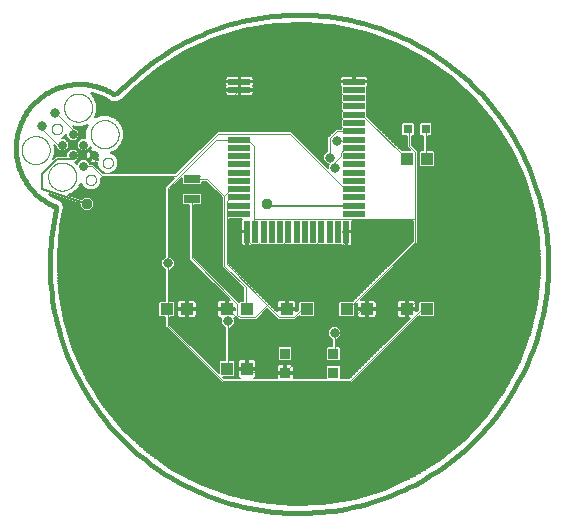
<source format=gtl>
G75*
%MOIN*%
%OFA0B0*%
%FSLAX25Y25*%
%IPPOS*%
%LPD*%
%AMOC8*
5,1,8,0,0,1.08239X$1,22.5*
%
%ADD10C,0.01600*%
%ADD11R,0.05512X0.02756*%
%ADD12R,0.04331X0.03937*%
%ADD13C,0.03100*%
%ADD14C,0.00000*%
%ADD15R,0.03150X0.03150*%
%ADD16R,0.03937X0.04331*%
%ADD17R,0.07283X0.01969*%
%ADD18R,0.01969X0.07283*%
%ADD19R,0.03543X0.03740*%
%ADD20C,0.00400*%
%ADD21C,0.03200*%
%ADD22C,0.00500*%
%ADD23OC8,0.03562*%
D10*
X0019468Y0104650D02*
X0019041Y0102662D01*
X0018664Y0100665D01*
X0018336Y0098658D01*
X0018056Y0096644D01*
X0017827Y0094624D01*
X0017646Y0092599D01*
X0017516Y0090570D01*
X0017435Y0088539D01*
X0017403Y0086506D01*
X0017422Y0084473D01*
X0017490Y0082441D01*
X0017608Y0080411D01*
X0017776Y0078385D01*
X0017993Y0076364D01*
X0018260Y0074348D01*
X0018576Y0072340D01*
X0018941Y0070339D01*
X0019355Y0068349D01*
X0019817Y0066369D01*
X0020328Y0064401D01*
X0020887Y0062446D01*
X0021493Y0060506D01*
X0022147Y0058581D01*
X0022848Y0056672D01*
X0023595Y0054781D01*
X0024389Y0052910D01*
X0025228Y0051058D01*
X0026112Y0049227D01*
X0027040Y0047418D01*
X0028013Y0045633D01*
X0029029Y0043872D01*
X0030088Y0042136D01*
X0031188Y0040427D01*
X0032331Y0038745D01*
X0033514Y0037092D01*
X0034738Y0035468D01*
X0036000Y0033875D01*
X0037302Y0032313D01*
X0038641Y0030783D01*
X0040017Y0029286D01*
X0041430Y0027824D01*
X0042878Y0026397D01*
X0044360Y0025005D01*
X0045876Y0023651D01*
X0047425Y0022334D01*
X0049006Y0021055D01*
X0050617Y0019815D01*
X0052258Y0018615D01*
X0053928Y0017456D01*
X0055626Y0016337D01*
X0057351Y0015261D01*
X0059102Y0014227D01*
X0060877Y0013237D01*
X0062676Y0012290D01*
X0064498Y0011388D01*
X0066342Y0010530D01*
X0068205Y0009718D01*
X0070089Y0008951D01*
X0071990Y0008231D01*
X0073908Y0007558D01*
X0075843Y0006932D01*
X0077792Y0006353D01*
X0079754Y0005823D01*
X0081729Y0005340D01*
X0083716Y0004906D01*
X0085712Y0004521D01*
X0087717Y0004185D01*
X0089730Y0003898D01*
X0091749Y0003660D01*
X0093773Y0003472D01*
X0095802Y0003333D01*
X0097833Y0003244D01*
X0099866Y0003205D01*
X0101899Y0003216D01*
X0103931Y0003276D01*
X0105961Y0003386D01*
X0107988Y0003546D01*
X0110010Y0003755D01*
X0112027Y0004014D01*
X0114036Y0004322D01*
X0116038Y0004679D01*
X0118030Y0005086D01*
X0120011Y0005540D01*
X0121981Y0006043D01*
X0123938Y0006595D01*
X0125881Y0007193D01*
X0127809Y0007840D01*
X0129720Y0008533D01*
X0131614Y0009273D01*
X0133489Y0010059D01*
X0135344Y0010891D01*
X0137178Y0011767D01*
X0138991Y0012689D01*
X0140780Y0013655D01*
X0142545Y0014664D01*
X0144285Y0015716D01*
X0145998Y0016810D01*
X0147684Y0017946D01*
X0149342Y0019123D01*
X0150971Y0020340D01*
X0152569Y0021596D01*
X0154136Y0022891D01*
X0155671Y0024225D01*
X0157173Y0025595D01*
X0158641Y0027002D01*
X0160074Y0028444D01*
X0161471Y0029921D01*
X0162831Y0031432D01*
X0164155Y0032976D01*
X0165440Y0034551D01*
X0166686Y0036158D01*
X0167892Y0037794D01*
X0169058Y0039460D01*
X0170183Y0041153D01*
X0171266Y0042874D01*
X0172306Y0044621D01*
X0173304Y0046392D01*
X0174258Y0048188D01*
X0175167Y0050006D01*
X0176032Y0051846D01*
X0176852Y0053707D01*
X0177625Y0055587D01*
X0178353Y0057485D01*
X0179034Y0059401D01*
X0179667Y0061333D01*
X0180254Y0063280D01*
X0180792Y0065240D01*
X0181282Y0067213D01*
X0181724Y0069198D01*
X0182117Y0071193D01*
X0182461Y0073196D01*
X0182756Y0075208D01*
X0183001Y0077226D01*
X0183198Y0079250D01*
X0183344Y0081278D01*
X0183441Y0083308D01*
X0183488Y0085341D01*
X0183485Y0087374D01*
X0183433Y0089406D01*
X0183331Y0091437D01*
X0183179Y0093464D01*
X0182977Y0095488D01*
X0182726Y0097505D01*
X0182426Y0099516D01*
X0182077Y0101519D01*
X0181679Y0103512D01*
X0181232Y0105496D01*
X0180736Y0107468D01*
X0180193Y0109427D01*
X0179601Y0111372D01*
X0178963Y0113302D01*
X0178277Y0115216D01*
X0177544Y0117113D01*
X0176766Y0118991D01*
X0175941Y0120849D01*
X0175072Y0122687D01*
X0174157Y0124503D01*
X0173199Y0126296D01*
X0172196Y0128065D01*
X0171151Y0129809D01*
X0170064Y0131526D01*
X0168934Y0133217D01*
X0167764Y0134879D01*
X0166553Y0136513D01*
X0165303Y0138116D01*
X0164014Y0139688D01*
X0162687Y0141228D01*
X0161322Y0142735D01*
X0159921Y0144209D01*
X0158484Y0145647D01*
X0157013Y0147050D01*
X0155507Y0148417D01*
X0153969Y0149746D01*
X0152399Y0151037D01*
X0150797Y0152289D01*
X0149165Y0153502D01*
X0147504Y0154675D01*
X0145815Y0155806D01*
X0144099Y0156896D01*
X0142356Y0157943D01*
X0140588Y0158948D01*
X0138797Y0159908D01*
X0136982Y0160825D01*
X0135145Y0161697D01*
X0133288Y0162524D01*
X0131411Y0163305D01*
X0129515Y0164040D01*
X0127602Y0164728D01*
X0125673Y0165369D01*
X0123728Y0165963D01*
X0121770Y0166509D01*
X0119799Y0167007D01*
X0117816Y0167457D01*
X0115823Y0167857D01*
X0113820Y0168209D01*
X0111810Y0168512D01*
X0109793Y0168766D01*
X0107770Y0168970D01*
X0105742Y0169124D01*
X0103712Y0169229D01*
X0101680Y0169284D01*
X0099647Y0169289D01*
X0097614Y0169245D01*
X0095583Y0169150D01*
X0093555Y0169006D01*
X0091531Y0168813D01*
X0089513Y0168570D01*
X0087501Y0168277D01*
X0085496Y0167936D01*
X0083501Y0167545D01*
X0081516Y0167106D01*
X0079542Y0166619D01*
X0077581Y0166083D01*
X0075634Y0165499D01*
X0073701Y0164868D01*
X0071784Y0164189D01*
X0069885Y0163464D01*
X0068004Y0162693D01*
X0066142Y0161876D01*
X0064301Y0161013D01*
X0062482Y0160106D01*
X0060685Y0159155D01*
X0058912Y0158159D01*
X0057164Y0157121D01*
X0055442Y0156040D01*
X0053747Y0154917D01*
X0052080Y0153754D01*
X0050442Y0152549D01*
X0048834Y0151305D01*
X0047257Y0150022D01*
X0045712Y0148701D01*
X0044199Y0147342D01*
X0042720Y0145947D01*
X0041276Y0144516D01*
X0039867Y0143050D01*
X0038868Y0142750D02*
X0038431Y0143027D01*
X0037987Y0143293D01*
X0037537Y0143548D01*
X0037081Y0143792D01*
X0036619Y0144025D01*
X0036152Y0144246D01*
X0035679Y0144456D01*
X0035202Y0144654D01*
X0034719Y0144841D01*
X0034233Y0145016D01*
X0033742Y0145179D01*
X0033247Y0145330D01*
X0032749Y0145469D01*
X0032247Y0145596D01*
X0031743Y0145710D01*
X0031236Y0145812D01*
X0030727Y0145902D01*
X0030215Y0145979D01*
X0029702Y0146044D01*
X0029188Y0146096D01*
X0028672Y0146136D01*
X0028156Y0146163D01*
X0027639Y0146177D01*
X0027121Y0146179D01*
X0026604Y0146169D01*
X0026088Y0146145D01*
X0025572Y0146109D01*
X0025057Y0146061D01*
X0024543Y0146000D01*
X0024031Y0145926D01*
X0023521Y0145840D01*
X0023014Y0145742D01*
X0022508Y0145631D01*
X0022006Y0145508D01*
X0021507Y0145373D01*
X0021011Y0145226D01*
X0020519Y0145066D01*
X0020031Y0144895D01*
X0019547Y0144712D01*
X0019068Y0144517D01*
X0018594Y0144311D01*
X0018125Y0144093D01*
X0017662Y0143863D01*
X0017204Y0143623D01*
X0016752Y0143371D01*
X0016306Y0143108D01*
X0015867Y0142835D01*
X0015435Y0142551D01*
X0015010Y0142256D01*
X0014592Y0141951D01*
X0014182Y0141637D01*
X0013779Y0141312D01*
X0013385Y0140977D01*
X0012999Y0140633D01*
X0012621Y0140280D01*
X0012252Y0139918D01*
X0011892Y0139546D01*
X0011541Y0139166D01*
X0011200Y0138778D01*
X0010868Y0138381D01*
X0010546Y0137977D01*
X0010233Y0137564D01*
X0009931Y0137144D01*
X0009640Y0136717D01*
X0009358Y0136283D01*
X0009088Y0135843D01*
X0008828Y0135395D01*
X0008579Y0134942D01*
X0008342Y0134483D01*
X0008115Y0134018D01*
X0007900Y0133547D01*
X0007697Y0133072D01*
X0007505Y0132591D01*
X0007325Y0132107D01*
X0007157Y0131617D01*
X0007001Y0131124D01*
X0006857Y0130628D01*
X0006725Y0130128D01*
X0006605Y0129625D01*
X0006498Y0129119D01*
X0006403Y0128610D01*
X0006320Y0128100D01*
X0006250Y0127587D01*
X0006192Y0127073D01*
X0006147Y0126558D01*
X0006114Y0126042D01*
X0006094Y0125525D01*
X0006087Y0125008D01*
X0006092Y0124491D01*
X0006110Y0123974D01*
X0006141Y0123458D01*
X0006184Y0122942D01*
X0006239Y0122428D01*
X0006307Y0121915D01*
X0006388Y0121405D01*
X0006481Y0120896D01*
X0006586Y0120389D01*
X0006704Y0119886D01*
X0006834Y0119385D01*
X0006976Y0118888D01*
X0007130Y0118394D01*
X0007296Y0117905D01*
X0007474Y0117419D01*
X0007664Y0116938D01*
X0007866Y0116462D01*
X0008079Y0115990D01*
X0008303Y0115524D01*
X0008539Y0115064D01*
X0008786Y0114610D01*
X0009044Y0114161D01*
X0009313Y0113719D01*
X0009592Y0113284D01*
X0009882Y0112856D01*
X0010183Y0112435D01*
X0010493Y0112021D01*
X0010814Y0111616D01*
X0011144Y0111218D01*
X0011484Y0110828D01*
X0011833Y0110446D01*
X0012192Y0110074D01*
X0012559Y0109710D01*
X0012935Y0109355D01*
X0013320Y0109009D01*
X0013713Y0108673D01*
X0014114Y0108347D01*
X0014523Y0108030D01*
X0014940Y0107724D01*
X0015364Y0107428D01*
X0015795Y0107142D01*
X0016233Y0106867D01*
X0016677Y0106602D01*
X0017128Y0106349D01*
X0017585Y0106106D01*
X0018048Y0105875D01*
X0018516Y0105655D01*
X0018989Y0105447D01*
X0019467Y0105250D01*
D11*
X0064768Y0107904D03*
X0064768Y0114596D03*
D12*
X0063114Y0071250D03*
X0056421Y0071250D03*
X0076421Y0071250D03*
X0083114Y0071250D03*
X0096421Y0071250D03*
X0103114Y0071250D03*
X0116421Y0071250D03*
X0123114Y0071250D03*
X0136421Y0071250D03*
X0143114Y0071250D03*
D13*
X0032142Y0122411D02*
X0032142Y0122411D01*
X0032142Y0122411D01*
X0032142Y0122411D01*
X0032142Y0122411D01*
X0032142Y0122411D01*
X0032142Y0122411D01*
X0032142Y0122411D01*
X0032142Y0122411D01*
X0032142Y0122411D01*
X0028606Y0118876D02*
X0028606Y0118876D01*
X0028606Y0118876D01*
X0028606Y0118876D01*
X0028606Y0118876D01*
X0028606Y0118876D01*
X0028606Y0118876D01*
X0028606Y0118876D01*
X0028606Y0118876D01*
X0028606Y0118876D01*
X0025071Y0122411D02*
X0025071Y0122411D01*
X0025071Y0122411D01*
X0025071Y0122411D01*
X0025071Y0122411D01*
X0025071Y0122411D01*
X0025071Y0122411D01*
X0025071Y0122411D01*
X0025071Y0122411D01*
X0025071Y0122411D01*
X0028606Y0125947D02*
X0028606Y0125947D01*
X0028606Y0125947D01*
X0028606Y0125947D01*
X0028606Y0125947D01*
X0028606Y0125947D01*
X0028606Y0125947D01*
X0028606Y0125947D01*
X0028606Y0125947D01*
X0028606Y0125947D01*
X0025071Y0129482D02*
X0025071Y0129482D01*
X0025071Y0129482D01*
X0025071Y0129482D01*
X0025071Y0129482D01*
X0025071Y0129482D01*
X0025071Y0129482D01*
X0025071Y0129482D01*
X0025071Y0129482D01*
X0025071Y0129482D01*
X0021535Y0125947D02*
X0021535Y0125947D01*
X0021535Y0125947D01*
X0021535Y0125947D01*
X0021535Y0125947D01*
X0021535Y0125947D01*
X0021535Y0125947D01*
X0021535Y0125947D01*
X0021535Y0125947D01*
X0021535Y0125947D01*
D14*
X0018018Y0131250D02*
X0018020Y0131333D01*
X0018026Y0131416D01*
X0018036Y0131499D01*
X0018050Y0131581D01*
X0018067Y0131663D01*
X0018089Y0131743D01*
X0018114Y0131822D01*
X0018143Y0131900D01*
X0018176Y0131977D01*
X0018213Y0132052D01*
X0018252Y0132125D01*
X0018296Y0132196D01*
X0018342Y0132265D01*
X0018392Y0132332D01*
X0018445Y0132396D01*
X0018501Y0132458D01*
X0018560Y0132517D01*
X0018622Y0132573D01*
X0018686Y0132626D01*
X0018753Y0132676D01*
X0018822Y0132722D01*
X0018893Y0132766D01*
X0018966Y0132805D01*
X0019041Y0132842D01*
X0019118Y0132875D01*
X0019196Y0132904D01*
X0019275Y0132929D01*
X0019355Y0132951D01*
X0019437Y0132968D01*
X0019519Y0132982D01*
X0019602Y0132992D01*
X0019685Y0132998D01*
X0019768Y0133000D01*
X0019851Y0132998D01*
X0019934Y0132992D01*
X0020017Y0132982D01*
X0020099Y0132968D01*
X0020181Y0132951D01*
X0020261Y0132929D01*
X0020340Y0132904D01*
X0020418Y0132875D01*
X0020495Y0132842D01*
X0020570Y0132805D01*
X0020643Y0132766D01*
X0020714Y0132722D01*
X0020783Y0132676D01*
X0020850Y0132626D01*
X0020914Y0132573D01*
X0020976Y0132517D01*
X0021035Y0132458D01*
X0021091Y0132396D01*
X0021144Y0132332D01*
X0021194Y0132265D01*
X0021240Y0132196D01*
X0021284Y0132125D01*
X0021323Y0132052D01*
X0021360Y0131977D01*
X0021393Y0131900D01*
X0021422Y0131822D01*
X0021447Y0131743D01*
X0021469Y0131663D01*
X0021486Y0131581D01*
X0021500Y0131499D01*
X0021510Y0131416D01*
X0021516Y0131333D01*
X0021518Y0131250D01*
X0021516Y0131167D01*
X0021510Y0131084D01*
X0021500Y0131001D01*
X0021486Y0130919D01*
X0021469Y0130837D01*
X0021447Y0130757D01*
X0021422Y0130678D01*
X0021393Y0130600D01*
X0021360Y0130523D01*
X0021323Y0130448D01*
X0021284Y0130375D01*
X0021240Y0130304D01*
X0021194Y0130235D01*
X0021144Y0130168D01*
X0021091Y0130104D01*
X0021035Y0130042D01*
X0020976Y0129983D01*
X0020914Y0129927D01*
X0020850Y0129874D01*
X0020783Y0129824D01*
X0020714Y0129778D01*
X0020643Y0129734D01*
X0020570Y0129695D01*
X0020495Y0129658D01*
X0020418Y0129625D01*
X0020340Y0129596D01*
X0020261Y0129571D01*
X0020181Y0129549D01*
X0020099Y0129532D01*
X0020017Y0129518D01*
X0019934Y0129508D01*
X0019851Y0129502D01*
X0019768Y0129500D01*
X0019685Y0129502D01*
X0019602Y0129508D01*
X0019519Y0129518D01*
X0019437Y0129532D01*
X0019355Y0129549D01*
X0019275Y0129571D01*
X0019196Y0129596D01*
X0019118Y0129625D01*
X0019041Y0129658D01*
X0018966Y0129695D01*
X0018893Y0129734D01*
X0018822Y0129778D01*
X0018753Y0129824D01*
X0018686Y0129874D01*
X0018622Y0129927D01*
X0018560Y0129983D01*
X0018501Y0130042D01*
X0018445Y0130104D01*
X0018392Y0130168D01*
X0018342Y0130235D01*
X0018296Y0130304D01*
X0018252Y0130375D01*
X0018213Y0130448D01*
X0018176Y0130523D01*
X0018143Y0130600D01*
X0018114Y0130678D01*
X0018089Y0130757D01*
X0018067Y0130837D01*
X0018050Y0130919D01*
X0018036Y0131001D01*
X0018026Y0131084D01*
X0018020Y0131167D01*
X0018018Y0131250D01*
X0008022Y0124179D02*
X0008024Y0124316D01*
X0008030Y0124452D01*
X0008040Y0124588D01*
X0008054Y0124724D01*
X0008072Y0124860D01*
X0008094Y0124995D01*
X0008119Y0125129D01*
X0008149Y0125262D01*
X0008183Y0125394D01*
X0008220Y0125526D01*
X0008261Y0125656D01*
X0008307Y0125785D01*
X0008355Y0125913D01*
X0008408Y0126039D01*
X0008464Y0126163D01*
X0008524Y0126286D01*
X0008587Y0126407D01*
X0008654Y0126526D01*
X0008724Y0126643D01*
X0008798Y0126759D01*
X0008875Y0126871D01*
X0008955Y0126982D01*
X0009039Y0127090D01*
X0009126Y0127196D01*
X0009215Y0127299D01*
X0009308Y0127399D01*
X0009403Y0127497D01*
X0009502Y0127592D01*
X0009603Y0127684D01*
X0009707Y0127772D01*
X0009813Y0127858D01*
X0009922Y0127941D01*
X0010033Y0128020D01*
X0010146Y0128097D01*
X0010262Y0128170D01*
X0010379Y0128239D01*
X0010499Y0128305D01*
X0010620Y0128367D01*
X0010744Y0128426D01*
X0010869Y0128482D01*
X0010995Y0128533D01*
X0011123Y0128581D01*
X0011252Y0128625D01*
X0011383Y0128666D01*
X0011515Y0128702D01*
X0011647Y0128735D01*
X0011781Y0128763D01*
X0011915Y0128788D01*
X0012050Y0128809D01*
X0012186Y0128826D01*
X0012322Y0128839D01*
X0012458Y0128848D01*
X0012595Y0128853D01*
X0012731Y0128854D01*
X0012868Y0128851D01*
X0013004Y0128844D01*
X0013140Y0128833D01*
X0013276Y0128818D01*
X0013411Y0128799D01*
X0013546Y0128776D01*
X0013680Y0128749D01*
X0013813Y0128719D01*
X0013945Y0128684D01*
X0014077Y0128646D01*
X0014206Y0128604D01*
X0014335Y0128558D01*
X0014462Y0128508D01*
X0014588Y0128454D01*
X0014712Y0128397D01*
X0014835Y0128337D01*
X0014955Y0128272D01*
X0015074Y0128205D01*
X0015190Y0128134D01*
X0015305Y0128059D01*
X0015417Y0127981D01*
X0015527Y0127900D01*
X0015635Y0127816D01*
X0015740Y0127728D01*
X0015842Y0127638D01*
X0015942Y0127545D01*
X0016039Y0127448D01*
X0016133Y0127349D01*
X0016224Y0127248D01*
X0016312Y0127143D01*
X0016397Y0127036D01*
X0016479Y0126927D01*
X0016558Y0126815D01*
X0016633Y0126701D01*
X0016705Y0126585D01*
X0016774Y0126467D01*
X0016839Y0126347D01*
X0016901Y0126225D01*
X0016959Y0126101D01*
X0017013Y0125976D01*
X0017064Y0125849D01*
X0017110Y0125721D01*
X0017154Y0125591D01*
X0017193Y0125460D01*
X0017229Y0125328D01*
X0017260Y0125195D01*
X0017288Y0125062D01*
X0017312Y0124927D01*
X0017332Y0124792D01*
X0017348Y0124656D01*
X0017360Y0124520D01*
X0017368Y0124384D01*
X0017372Y0124247D01*
X0017372Y0124111D01*
X0017368Y0123974D01*
X0017360Y0123838D01*
X0017348Y0123702D01*
X0017332Y0123566D01*
X0017312Y0123431D01*
X0017288Y0123296D01*
X0017260Y0123163D01*
X0017229Y0123030D01*
X0017193Y0122898D01*
X0017154Y0122767D01*
X0017110Y0122637D01*
X0017064Y0122509D01*
X0017013Y0122382D01*
X0016959Y0122257D01*
X0016901Y0122133D01*
X0016839Y0122011D01*
X0016774Y0121891D01*
X0016705Y0121773D01*
X0016633Y0121657D01*
X0016558Y0121543D01*
X0016479Y0121431D01*
X0016397Y0121322D01*
X0016312Y0121215D01*
X0016224Y0121110D01*
X0016133Y0121009D01*
X0016039Y0120910D01*
X0015942Y0120813D01*
X0015842Y0120720D01*
X0015740Y0120630D01*
X0015635Y0120542D01*
X0015527Y0120458D01*
X0015417Y0120377D01*
X0015305Y0120299D01*
X0015190Y0120224D01*
X0015074Y0120153D01*
X0014955Y0120086D01*
X0014835Y0120021D01*
X0014712Y0119961D01*
X0014588Y0119904D01*
X0014462Y0119850D01*
X0014335Y0119800D01*
X0014206Y0119754D01*
X0014077Y0119712D01*
X0013945Y0119674D01*
X0013813Y0119639D01*
X0013680Y0119609D01*
X0013546Y0119582D01*
X0013411Y0119559D01*
X0013276Y0119540D01*
X0013140Y0119525D01*
X0013004Y0119514D01*
X0012868Y0119507D01*
X0012731Y0119504D01*
X0012595Y0119505D01*
X0012458Y0119510D01*
X0012322Y0119519D01*
X0012186Y0119532D01*
X0012050Y0119549D01*
X0011915Y0119570D01*
X0011781Y0119595D01*
X0011647Y0119623D01*
X0011515Y0119656D01*
X0011383Y0119692D01*
X0011252Y0119733D01*
X0011123Y0119777D01*
X0010995Y0119825D01*
X0010869Y0119876D01*
X0010744Y0119932D01*
X0010620Y0119991D01*
X0010499Y0120053D01*
X0010379Y0120119D01*
X0010262Y0120188D01*
X0010146Y0120261D01*
X0010033Y0120338D01*
X0009922Y0120417D01*
X0009813Y0120500D01*
X0009707Y0120586D01*
X0009603Y0120674D01*
X0009502Y0120766D01*
X0009403Y0120861D01*
X0009308Y0120959D01*
X0009215Y0121059D01*
X0009126Y0121162D01*
X0009039Y0121268D01*
X0008955Y0121376D01*
X0008875Y0121487D01*
X0008798Y0121599D01*
X0008724Y0121715D01*
X0008654Y0121832D01*
X0008587Y0121951D01*
X0008524Y0122072D01*
X0008464Y0122195D01*
X0008408Y0122319D01*
X0008355Y0122445D01*
X0008307Y0122573D01*
X0008261Y0122702D01*
X0008220Y0122832D01*
X0008183Y0122964D01*
X0008149Y0123096D01*
X0008119Y0123229D01*
X0008094Y0123363D01*
X0008072Y0123498D01*
X0008054Y0123634D01*
X0008040Y0123770D01*
X0008030Y0123906D01*
X0008024Y0124042D01*
X0008022Y0124179D01*
X0016860Y0115340D02*
X0016862Y0115477D01*
X0016868Y0115613D01*
X0016878Y0115749D01*
X0016892Y0115885D01*
X0016910Y0116021D01*
X0016932Y0116156D01*
X0016957Y0116290D01*
X0016987Y0116423D01*
X0017021Y0116555D01*
X0017058Y0116687D01*
X0017099Y0116817D01*
X0017145Y0116946D01*
X0017193Y0117074D01*
X0017246Y0117200D01*
X0017302Y0117324D01*
X0017362Y0117447D01*
X0017425Y0117568D01*
X0017492Y0117687D01*
X0017562Y0117804D01*
X0017636Y0117920D01*
X0017713Y0118032D01*
X0017793Y0118143D01*
X0017877Y0118251D01*
X0017964Y0118357D01*
X0018053Y0118460D01*
X0018146Y0118560D01*
X0018241Y0118658D01*
X0018340Y0118753D01*
X0018441Y0118845D01*
X0018545Y0118933D01*
X0018651Y0119019D01*
X0018760Y0119102D01*
X0018871Y0119181D01*
X0018984Y0119258D01*
X0019100Y0119331D01*
X0019217Y0119400D01*
X0019337Y0119466D01*
X0019458Y0119528D01*
X0019582Y0119587D01*
X0019707Y0119643D01*
X0019833Y0119694D01*
X0019961Y0119742D01*
X0020090Y0119786D01*
X0020221Y0119827D01*
X0020353Y0119863D01*
X0020485Y0119896D01*
X0020619Y0119924D01*
X0020753Y0119949D01*
X0020888Y0119970D01*
X0021024Y0119987D01*
X0021160Y0120000D01*
X0021296Y0120009D01*
X0021433Y0120014D01*
X0021569Y0120015D01*
X0021706Y0120012D01*
X0021842Y0120005D01*
X0021978Y0119994D01*
X0022114Y0119979D01*
X0022249Y0119960D01*
X0022384Y0119937D01*
X0022518Y0119910D01*
X0022651Y0119880D01*
X0022783Y0119845D01*
X0022915Y0119807D01*
X0023044Y0119765D01*
X0023173Y0119719D01*
X0023300Y0119669D01*
X0023426Y0119615D01*
X0023550Y0119558D01*
X0023673Y0119498D01*
X0023793Y0119433D01*
X0023912Y0119366D01*
X0024028Y0119295D01*
X0024143Y0119220D01*
X0024255Y0119142D01*
X0024365Y0119061D01*
X0024473Y0118977D01*
X0024578Y0118889D01*
X0024680Y0118799D01*
X0024780Y0118706D01*
X0024877Y0118609D01*
X0024971Y0118510D01*
X0025062Y0118409D01*
X0025150Y0118304D01*
X0025235Y0118197D01*
X0025317Y0118088D01*
X0025396Y0117976D01*
X0025471Y0117862D01*
X0025543Y0117746D01*
X0025612Y0117628D01*
X0025677Y0117508D01*
X0025739Y0117386D01*
X0025797Y0117262D01*
X0025851Y0117137D01*
X0025902Y0117010D01*
X0025948Y0116882D01*
X0025992Y0116752D01*
X0026031Y0116621D01*
X0026067Y0116489D01*
X0026098Y0116356D01*
X0026126Y0116223D01*
X0026150Y0116088D01*
X0026170Y0115953D01*
X0026186Y0115817D01*
X0026198Y0115681D01*
X0026206Y0115545D01*
X0026210Y0115408D01*
X0026210Y0115272D01*
X0026206Y0115135D01*
X0026198Y0114999D01*
X0026186Y0114863D01*
X0026170Y0114727D01*
X0026150Y0114592D01*
X0026126Y0114457D01*
X0026098Y0114324D01*
X0026067Y0114191D01*
X0026031Y0114059D01*
X0025992Y0113928D01*
X0025948Y0113798D01*
X0025902Y0113670D01*
X0025851Y0113543D01*
X0025797Y0113418D01*
X0025739Y0113294D01*
X0025677Y0113172D01*
X0025612Y0113052D01*
X0025543Y0112934D01*
X0025471Y0112818D01*
X0025396Y0112704D01*
X0025317Y0112592D01*
X0025235Y0112483D01*
X0025150Y0112376D01*
X0025062Y0112271D01*
X0024971Y0112170D01*
X0024877Y0112071D01*
X0024780Y0111974D01*
X0024680Y0111881D01*
X0024578Y0111791D01*
X0024473Y0111703D01*
X0024365Y0111619D01*
X0024255Y0111538D01*
X0024143Y0111460D01*
X0024028Y0111385D01*
X0023912Y0111314D01*
X0023793Y0111247D01*
X0023673Y0111182D01*
X0023550Y0111122D01*
X0023426Y0111065D01*
X0023300Y0111011D01*
X0023173Y0110961D01*
X0023044Y0110915D01*
X0022915Y0110873D01*
X0022783Y0110835D01*
X0022651Y0110800D01*
X0022518Y0110770D01*
X0022384Y0110743D01*
X0022249Y0110720D01*
X0022114Y0110701D01*
X0021978Y0110686D01*
X0021842Y0110675D01*
X0021706Y0110668D01*
X0021569Y0110665D01*
X0021433Y0110666D01*
X0021296Y0110671D01*
X0021160Y0110680D01*
X0021024Y0110693D01*
X0020888Y0110710D01*
X0020753Y0110731D01*
X0020619Y0110756D01*
X0020485Y0110784D01*
X0020353Y0110817D01*
X0020221Y0110853D01*
X0020090Y0110894D01*
X0019961Y0110938D01*
X0019833Y0110986D01*
X0019707Y0111037D01*
X0019582Y0111093D01*
X0019458Y0111152D01*
X0019337Y0111214D01*
X0019217Y0111280D01*
X0019100Y0111349D01*
X0018984Y0111422D01*
X0018871Y0111499D01*
X0018760Y0111578D01*
X0018651Y0111661D01*
X0018545Y0111747D01*
X0018441Y0111835D01*
X0018340Y0111927D01*
X0018241Y0112022D01*
X0018146Y0112120D01*
X0018053Y0112220D01*
X0017964Y0112323D01*
X0017877Y0112429D01*
X0017793Y0112537D01*
X0017713Y0112648D01*
X0017636Y0112760D01*
X0017562Y0112876D01*
X0017492Y0112993D01*
X0017425Y0113112D01*
X0017362Y0113233D01*
X0017302Y0113356D01*
X0017246Y0113480D01*
X0017193Y0113606D01*
X0017145Y0113734D01*
X0017099Y0113863D01*
X0017058Y0113993D01*
X0017021Y0114125D01*
X0016987Y0114257D01*
X0016957Y0114390D01*
X0016932Y0114524D01*
X0016910Y0114659D01*
X0016892Y0114795D01*
X0016878Y0114931D01*
X0016868Y0115067D01*
X0016862Y0115203D01*
X0016860Y0115340D01*
X0029331Y0114279D02*
X0029333Y0114362D01*
X0029339Y0114445D01*
X0029349Y0114528D01*
X0029363Y0114610D01*
X0029380Y0114692D01*
X0029402Y0114772D01*
X0029427Y0114851D01*
X0029456Y0114929D01*
X0029489Y0115006D01*
X0029526Y0115081D01*
X0029565Y0115154D01*
X0029609Y0115225D01*
X0029655Y0115294D01*
X0029705Y0115361D01*
X0029758Y0115425D01*
X0029814Y0115487D01*
X0029873Y0115546D01*
X0029935Y0115602D01*
X0029999Y0115655D01*
X0030066Y0115705D01*
X0030135Y0115751D01*
X0030206Y0115795D01*
X0030279Y0115834D01*
X0030354Y0115871D01*
X0030431Y0115904D01*
X0030509Y0115933D01*
X0030588Y0115958D01*
X0030668Y0115980D01*
X0030750Y0115997D01*
X0030832Y0116011D01*
X0030915Y0116021D01*
X0030998Y0116027D01*
X0031081Y0116029D01*
X0031164Y0116027D01*
X0031247Y0116021D01*
X0031330Y0116011D01*
X0031412Y0115997D01*
X0031494Y0115980D01*
X0031574Y0115958D01*
X0031653Y0115933D01*
X0031731Y0115904D01*
X0031808Y0115871D01*
X0031883Y0115834D01*
X0031956Y0115795D01*
X0032027Y0115751D01*
X0032096Y0115705D01*
X0032163Y0115655D01*
X0032227Y0115602D01*
X0032289Y0115546D01*
X0032348Y0115487D01*
X0032404Y0115425D01*
X0032457Y0115361D01*
X0032507Y0115294D01*
X0032553Y0115225D01*
X0032597Y0115154D01*
X0032636Y0115081D01*
X0032673Y0115006D01*
X0032706Y0114929D01*
X0032735Y0114851D01*
X0032760Y0114772D01*
X0032782Y0114692D01*
X0032799Y0114610D01*
X0032813Y0114528D01*
X0032823Y0114445D01*
X0032829Y0114362D01*
X0032831Y0114279D01*
X0032829Y0114196D01*
X0032823Y0114113D01*
X0032813Y0114030D01*
X0032799Y0113948D01*
X0032782Y0113866D01*
X0032760Y0113786D01*
X0032735Y0113707D01*
X0032706Y0113629D01*
X0032673Y0113552D01*
X0032636Y0113477D01*
X0032597Y0113404D01*
X0032553Y0113333D01*
X0032507Y0113264D01*
X0032457Y0113197D01*
X0032404Y0113133D01*
X0032348Y0113071D01*
X0032289Y0113012D01*
X0032227Y0112956D01*
X0032163Y0112903D01*
X0032096Y0112853D01*
X0032027Y0112807D01*
X0031956Y0112763D01*
X0031883Y0112724D01*
X0031808Y0112687D01*
X0031731Y0112654D01*
X0031653Y0112625D01*
X0031574Y0112600D01*
X0031494Y0112578D01*
X0031412Y0112561D01*
X0031330Y0112547D01*
X0031247Y0112537D01*
X0031164Y0112531D01*
X0031081Y0112529D01*
X0030998Y0112531D01*
X0030915Y0112537D01*
X0030832Y0112547D01*
X0030750Y0112561D01*
X0030668Y0112578D01*
X0030588Y0112600D01*
X0030509Y0112625D01*
X0030431Y0112654D01*
X0030354Y0112687D01*
X0030279Y0112724D01*
X0030206Y0112763D01*
X0030135Y0112807D01*
X0030066Y0112853D01*
X0029999Y0112903D01*
X0029935Y0112956D01*
X0029873Y0113012D01*
X0029814Y0113071D01*
X0029758Y0113133D01*
X0029705Y0113197D01*
X0029655Y0113264D01*
X0029609Y0113333D01*
X0029565Y0113404D01*
X0029526Y0113477D01*
X0029489Y0113552D01*
X0029456Y0113629D01*
X0029427Y0113707D01*
X0029402Y0113786D01*
X0029380Y0113866D01*
X0029363Y0113948D01*
X0029349Y0114030D01*
X0029339Y0114113D01*
X0029333Y0114196D01*
X0029331Y0114279D01*
X0034988Y0119936D02*
X0034990Y0120019D01*
X0034996Y0120102D01*
X0035006Y0120185D01*
X0035020Y0120267D01*
X0035037Y0120349D01*
X0035059Y0120429D01*
X0035084Y0120508D01*
X0035113Y0120586D01*
X0035146Y0120663D01*
X0035183Y0120738D01*
X0035222Y0120811D01*
X0035266Y0120882D01*
X0035312Y0120951D01*
X0035362Y0121018D01*
X0035415Y0121082D01*
X0035471Y0121144D01*
X0035530Y0121203D01*
X0035592Y0121259D01*
X0035656Y0121312D01*
X0035723Y0121362D01*
X0035792Y0121408D01*
X0035863Y0121452D01*
X0035936Y0121491D01*
X0036011Y0121528D01*
X0036088Y0121561D01*
X0036166Y0121590D01*
X0036245Y0121615D01*
X0036325Y0121637D01*
X0036407Y0121654D01*
X0036489Y0121668D01*
X0036572Y0121678D01*
X0036655Y0121684D01*
X0036738Y0121686D01*
X0036821Y0121684D01*
X0036904Y0121678D01*
X0036987Y0121668D01*
X0037069Y0121654D01*
X0037151Y0121637D01*
X0037231Y0121615D01*
X0037310Y0121590D01*
X0037388Y0121561D01*
X0037465Y0121528D01*
X0037540Y0121491D01*
X0037613Y0121452D01*
X0037684Y0121408D01*
X0037753Y0121362D01*
X0037820Y0121312D01*
X0037884Y0121259D01*
X0037946Y0121203D01*
X0038005Y0121144D01*
X0038061Y0121082D01*
X0038114Y0121018D01*
X0038164Y0120951D01*
X0038210Y0120882D01*
X0038254Y0120811D01*
X0038293Y0120738D01*
X0038330Y0120663D01*
X0038363Y0120586D01*
X0038392Y0120508D01*
X0038417Y0120429D01*
X0038439Y0120349D01*
X0038456Y0120267D01*
X0038470Y0120185D01*
X0038480Y0120102D01*
X0038486Y0120019D01*
X0038488Y0119936D01*
X0038486Y0119853D01*
X0038480Y0119770D01*
X0038470Y0119687D01*
X0038456Y0119605D01*
X0038439Y0119523D01*
X0038417Y0119443D01*
X0038392Y0119364D01*
X0038363Y0119286D01*
X0038330Y0119209D01*
X0038293Y0119134D01*
X0038254Y0119061D01*
X0038210Y0118990D01*
X0038164Y0118921D01*
X0038114Y0118854D01*
X0038061Y0118790D01*
X0038005Y0118728D01*
X0037946Y0118669D01*
X0037884Y0118613D01*
X0037820Y0118560D01*
X0037753Y0118510D01*
X0037684Y0118464D01*
X0037613Y0118420D01*
X0037540Y0118381D01*
X0037465Y0118344D01*
X0037388Y0118311D01*
X0037310Y0118282D01*
X0037231Y0118257D01*
X0037151Y0118235D01*
X0037069Y0118218D01*
X0036987Y0118204D01*
X0036904Y0118194D01*
X0036821Y0118188D01*
X0036738Y0118186D01*
X0036655Y0118188D01*
X0036572Y0118194D01*
X0036489Y0118204D01*
X0036407Y0118218D01*
X0036325Y0118235D01*
X0036245Y0118257D01*
X0036166Y0118282D01*
X0036088Y0118311D01*
X0036011Y0118344D01*
X0035936Y0118381D01*
X0035863Y0118420D01*
X0035792Y0118464D01*
X0035723Y0118510D01*
X0035656Y0118560D01*
X0035592Y0118613D01*
X0035530Y0118669D01*
X0035471Y0118728D01*
X0035415Y0118790D01*
X0035362Y0118854D01*
X0035312Y0118921D01*
X0035266Y0118990D01*
X0035222Y0119061D01*
X0035183Y0119134D01*
X0035146Y0119209D01*
X0035113Y0119286D01*
X0035084Y0119364D01*
X0035059Y0119443D01*
X0035037Y0119523D01*
X0035020Y0119605D01*
X0035006Y0119687D01*
X0034996Y0119770D01*
X0034990Y0119853D01*
X0034988Y0119936D01*
X0031003Y0129482D02*
X0031005Y0129619D01*
X0031011Y0129755D01*
X0031021Y0129891D01*
X0031035Y0130027D01*
X0031053Y0130163D01*
X0031075Y0130298D01*
X0031100Y0130432D01*
X0031130Y0130565D01*
X0031164Y0130697D01*
X0031201Y0130829D01*
X0031242Y0130959D01*
X0031288Y0131088D01*
X0031336Y0131216D01*
X0031389Y0131342D01*
X0031445Y0131466D01*
X0031505Y0131589D01*
X0031568Y0131710D01*
X0031635Y0131829D01*
X0031705Y0131946D01*
X0031779Y0132062D01*
X0031856Y0132174D01*
X0031936Y0132285D01*
X0032020Y0132393D01*
X0032107Y0132499D01*
X0032196Y0132602D01*
X0032289Y0132702D01*
X0032384Y0132800D01*
X0032483Y0132895D01*
X0032584Y0132987D01*
X0032688Y0133075D01*
X0032794Y0133161D01*
X0032903Y0133244D01*
X0033014Y0133323D01*
X0033127Y0133400D01*
X0033243Y0133473D01*
X0033360Y0133542D01*
X0033480Y0133608D01*
X0033601Y0133670D01*
X0033725Y0133729D01*
X0033850Y0133785D01*
X0033976Y0133836D01*
X0034104Y0133884D01*
X0034233Y0133928D01*
X0034364Y0133969D01*
X0034496Y0134005D01*
X0034628Y0134038D01*
X0034762Y0134066D01*
X0034896Y0134091D01*
X0035031Y0134112D01*
X0035167Y0134129D01*
X0035303Y0134142D01*
X0035439Y0134151D01*
X0035576Y0134156D01*
X0035712Y0134157D01*
X0035849Y0134154D01*
X0035985Y0134147D01*
X0036121Y0134136D01*
X0036257Y0134121D01*
X0036392Y0134102D01*
X0036527Y0134079D01*
X0036661Y0134052D01*
X0036794Y0134022D01*
X0036926Y0133987D01*
X0037058Y0133949D01*
X0037187Y0133907D01*
X0037316Y0133861D01*
X0037443Y0133811D01*
X0037569Y0133757D01*
X0037693Y0133700D01*
X0037816Y0133640D01*
X0037936Y0133575D01*
X0038055Y0133508D01*
X0038171Y0133437D01*
X0038286Y0133362D01*
X0038398Y0133284D01*
X0038508Y0133203D01*
X0038616Y0133119D01*
X0038721Y0133031D01*
X0038823Y0132941D01*
X0038923Y0132848D01*
X0039020Y0132751D01*
X0039114Y0132652D01*
X0039205Y0132551D01*
X0039293Y0132446D01*
X0039378Y0132339D01*
X0039460Y0132230D01*
X0039539Y0132118D01*
X0039614Y0132004D01*
X0039686Y0131888D01*
X0039755Y0131770D01*
X0039820Y0131650D01*
X0039882Y0131528D01*
X0039940Y0131404D01*
X0039994Y0131279D01*
X0040045Y0131152D01*
X0040091Y0131024D01*
X0040135Y0130894D01*
X0040174Y0130763D01*
X0040210Y0130631D01*
X0040241Y0130498D01*
X0040269Y0130365D01*
X0040293Y0130230D01*
X0040313Y0130095D01*
X0040329Y0129959D01*
X0040341Y0129823D01*
X0040349Y0129687D01*
X0040353Y0129550D01*
X0040353Y0129414D01*
X0040349Y0129277D01*
X0040341Y0129141D01*
X0040329Y0129005D01*
X0040313Y0128869D01*
X0040293Y0128734D01*
X0040269Y0128599D01*
X0040241Y0128466D01*
X0040210Y0128333D01*
X0040174Y0128201D01*
X0040135Y0128070D01*
X0040091Y0127940D01*
X0040045Y0127812D01*
X0039994Y0127685D01*
X0039940Y0127560D01*
X0039882Y0127436D01*
X0039820Y0127314D01*
X0039755Y0127194D01*
X0039686Y0127076D01*
X0039614Y0126960D01*
X0039539Y0126846D01*
X0039460Y0126734D01*
X0039378Y0126625D01*
X0039293Y0126518D01*
X0039205Y0126413D01*
X0039114Y0126312D01*
X0039020Y0126213D01*
X0038923Y0126116D01*
X0038823Y0126023D01*
X0038721Y0125933D01*
X0038616Y0125845D01*
X0038508Y0125761D01*
X0038398Y0125680D01*
X0038286Y0125602D01*
X0038171Y0125527D01*
X0038055Y0125456D01*
X0037936Y0125389D01*
X0037816Y0125324D01*
X0037693Y0125264D01*
X0037569Y0125207D01*
X0037443Y0125153D01*
X0037316Y0125103D01*
X0037187Y0125057D01*
X0037058Y0125015D01*
X0036926Y0124977D01*
X0036794Y0124942D01*
X0036661Y0124912D01*
X0036527Y0124885D01*
X0036392Y0124862D01*
X0036257Y0124843D01*
X0036121Y0124828D01*
X0035985Y0124817D01*
X0035849Y0124810D01*
X0035712Y0124807D01*
X0035576Y0124808D01*
X0035439Y0124813D01*
X0035303Y0124822D01*
X0035167Y0124835D01*
X0035031Y0124852D01*
X0034896Y0124873D01*
X0034762Y0124898D01*
X0034628Y0124926D01*
X0034496Y0124959D01*
X0034364Y0124995D01*
X0034233Y0125036D01*
X0034104Y0125080D01*
X0033976Y0125128D01*
X0033850Y0125179D01*
X0033725Y0125235D01*
X0033601Y0125294D01*
X0033480Y0125356D01*
X0033360Y0125422D01*
X0033243Y0125491D01*
X0033127Y0125564D01*
X0033014Y0125641D01*
X0032903Y0125720D01*
X0032794Y0125803D01*
X0032688Y0125889D01*
X0032584Y0125977D01*
X0032483Y0126069D01*
X0032384Y0126164D01*
X0032289Y0126262D01*
X0032196Y0126362D01*
X0032107Y0126465D01*
X0032020Y0126571D01*
X0031936Y0126679D01*
X0031856Y0126790D01*
X0031779Y0126902D01*
X0031705Y0127018D01*
X0031635Y0127135D01*
X0031568Y0127254D01*
X0031505Y0127375D01*
X0031445Y0127498D01*
X0031389Y0127622D01*
X0031336Y0127748D01*
X0031288Y0127876D01*
X0031242Y0128005D01*
X0031201Y0128135D01*
X0031164Y0128267D01*
X0031130Y0128399D01*
X0031100Y0128532D01*
X0031075Y0128666D01*
X0031053Y0128801D01*
X0031035Y0128937D01*
X0031021Y0129073D01*
X0031011Y0129209D01*
X0031005Y0129345D01*
X0031003Y0129482D01*
X0022164Y0138321D02*
X0022166Y0138458D01*
X0022172Y0138594D01*
X0022182Y0138730D01*
X0022196Y0138866D01*
X0022214Y0139002D01*
X0022236Y0139137D01*
X0022261Y0139271D01*
X0022291Y0139404D01*
X0022325Y0139536D01*
X0022362Y0139668D01*
X0022403Y0139798D01*
X0022449Y0139927D01*
X0022497Y0140055D01*
X0022550Y0140181D01*
X0022606Y0140305D01*
X0022666Y0140428D01*
X0022729Y0140549D01*
X0022796Y0140668D01*
X0022866Y0140785D01*
X0022940Y0140901D01*
X0023017Y0141013D01*
X0023097Y0141124D01*
X0023181Y0141232D01*
X0023268Y0141338D01*
X0023357Y0141441D01*
X0023450Y0141541D01*
X0023545Y0141639D01*
X0023644Y0141734D01*
X0023745Y0141826D01*
X0023849Y0141914D01*
X0023955Y0142000D01*
X0024064Y0142083D01*
X0024175Y0142162D01*
X0024288Y0142239D01*
X0024404Y0142312D01*
X0024521Y0142381D01*
X0024641Y0142447D01*
X0024762Y0142509D01*
X0024886Y0142568D01*
X0025011Y0142624D01*
X0025137Y0142675D01*
X0025265Y0142723D01*
X0025394Y0142767D01*
X0025525Y0142808D01*
X0025657Y0142844D01*
X0025789Y0142877D01*
X0025923Y0142905D01*
X0026057Y0142930D01*
X0026192Y0142951D01*
X0026328Y0142968D01*
X0026464Y0142981D01*
X0026600Y0142990D01*
X0026737Y0142995D01*
X0026873Y0142996D01*
X0027010Y0142993D01*
X0027146Y0142986D01*
X0027282Y0142975D01*
X0027418Y0142960D01*
X0027553Y0142941D01*
X0027688Y0142918D01*
X0027822Y0142891D01*
X0027955Y0142861D01*
X0028087Y0142826D01*
X0028219Y0142788D01*
X0028348Y0142746D01*
X0028477Y0142700D01*
X0028604Y0142650D01*
X0028730Y0142596D01*
X0028854Y0142539D01*
X0028977Y0142479D01*
X0029097Y0142414D01*
X0029216Y0142347D01*
X0029332Y0142276D01*
X0029447Y0142201D01*
X0029559Y0142123D01*
X0029669Y0142042D01*
X0029777Y0141958D01*
X0029882Y0141870D01*
X0029984Y0141780D01*
X0030084Y0141687D01*
X0030181Y0141590D01*
X0030275Y0141491D01*
X0030366Y0141390D01*
X0030454Y0141285D01*
X0030539Y0141178D01*
X0030621Y0141069D01*
X0030700Y0140957D01*
X0030775Y0140843D01*
X0030847Y0140727D01*
X0030916Y0140609D01*
X0030981Y0140489D01*
X0031043Y0140367D01*
X0031101Y0140243D01*
X0031155Y0140118D01*
X0031206Y0139991D01*
X0031252Y0139863D01*
X0031296Y0139733D01*
X0031335Y0139602D01*
X0031371Y0139470D01*
X0031402Y0139337D01*
X0031430Y0139204D01*
X0031454Y0139069D01*
X0031474Y0138934D01*
X0031490Y0138798D01*
X0031502Y0138662D01*
X0031510Y0138526D01*
X0031514Y0138389D01*
X0031514Y0138253D01*
X0031510Y0138116D01*
X0031502Y0137980D01*
X0031490Y0137844D01*
X0031474Y0137708D01*
X0031454Y0137573D01*
X0031430Y0137438D01*
X0031402Y0137305D01*
X0031371Y0137172D01*
X0031335Y0137040D01*
X0031296Y0136909D01*
X0031252Y0136779D01*
X0031206Y0136651D01*
X0031155Y0136524D01*
X0031101Y0136399D01*
X0031043Y0136275D01*
X0030981Y0136153D01*
X0030916Y0136033D01*
X0030847Y0135915D01*
X0030775Y0135799D01*
X0030700Y0135685D01*
X0030621Y0135573D01*
X0030539Y0135464D01*
X0030454Y0135357D01*
X0030366Y0135252D01*
X0030275Y0135151D01*
X0030181Y0135052D01*
X0030084Y0134955D01*
X0029984Y0134862D01*
X0029882Y0134772D01*
X0029777Y0134684D01*
X0029669Y0134600D01*
X0029559Y0134519D01*
X0029447Y0134441D01*
X0029332Y0134366D01*
X0029216Y0134295D01*
X0029097Y0134228D01*
X0028977Y0134163D01*
X0028854Y0134103D01*
X0028730Y0134046D01*
X0028604Y0133992D01*
X0028477Y0133942D01*
X0028348Y0133896D01*
X0028219Y0133854D01*
X0028087Y0133816D01*
X0027955Y0133781D01*
X0027822Y0133751D01*
X0027688Y0133724D01*
X0027553Y0133701D01*
X0027418Y0133682D01*
X0027282Y0133667D01*
X0027146Y0133656D01*
X0027010Y0133649D01*
X0026873Y0133646D01*
X0026737Y0133647D01*
X0026600Y0133652D01*
X0026464Y0133661D01*
X0026328Y0133674D01*
X0026192Y0133691D01*
X0026057Y0133712D01*
X0025923Y0133737D01*
X0025789Y0133765D01*
X0025657Y0133798D01*
X0025525Y0133834D01*
X0025394Y0133875D01*
X0025265Y0133919D01*
X0025137Y0133967D01*
X0025011Y0134018D01*
X0024886Y0134074D01*
X0024762Y0134133D01*
X0024641Y0134195D01*
X0024521Y0134261D01*
X0024404Y0134330D01*
X0024288Y0134403D01*
X0024175Y0134480D01*
X0024064Y0134559D01*
X0023955Y0134642D01*
X0023849Y0134728D01*
X0023745Y0134816D01*
X0023644Y0134908D01*
X0023545Y0135003D01*
X0023450Y0135101D01*
X0023357Y0135201D01*
X0023268Y0135304D01*
X0023181Y0135410D01*
X0023097Y0135518D01*
X0023017Y0135629D01*
X0022940Y0135741D01*
X0022866Y0135857D01*
X0022796Y0135974D01*
X0022729Y0136093D01*
X0022666Y0136214D01*
X0022606Y0136337D01*
X0022550Y0136461D01*
X0022497Y0136587D01*
X0022449Y0136715D01*
X0022403Y0136844D01*
X0022362Y0136974D01*
X0022325Y0137106D01*
X0022291Y0137238D01*
X0022261Y0137371D01*
X0022236Y0137505D01*
X0022214Y0137640D01*
X0022196Y0137776D01*
X0022182Y0137912D01*
X0022172Y0138048D01*
X0022166Y0138184D01*
X0022164Y0138321D01*
D15*
X0136815Y0131250D03*
X0142720Y0131250D03*
D16*
X0143114Y0121250D03*
X0136421Y0121250D03*
X0083114Y0051250D03*
X0076421Y0051250D03*
D17*
X0080634Y0102904D03*
X0080634Y0105659D03*
X0080634Y0108415D03*
X0080634Y0111171D03*
X0080634Y0113927D03*
X0080634Y0116683D03*
X0080634Y0119439D03*
X0080634Y0122195D03*
X0080634Y0124951D03*
X0080634Y0127707D03*
X0080634Y0144242D03*
X0080634Y0146998D03*
X0118823Y0146998D03*
X0118823Y0144242D03*
X0118823Y0141486D03*
X0118823Y0138730D03*
X0118823Y0135974D03*
X0118823Y0133219D03*
X0118823Y0130463D03*
X0118823Y0127707D03*
X0118823Y0124951D03*
X0118823Y0122195D03*
X0118823Y0119439D03*
X0118823Y0116683D03*
X0118823Y0113927D03*
X0118823Y0111171D03*
X0118823Y0108415D03*
X0118823Y0105659D03*
X0118823Y0102904D03*
D18*
X0116224Y0096959D03*
X0113468Y0096959D03*
X0110713Y0096959D03*
X0107957Y0096959D03*
X0105201Y0096959D03*
X0102445Y0096959D03*
X0099689Y0096959D03*
X0096933Y0096959D03*
X0094177Y0096959D03*
X0091421Y0096959D03*
X0088665Y0096959D03*
X0085909Y0096959D03*
X0083153Y0096959D03*
D19*
X0095831Y0056250D03*
X0095831Y0049951D03*
X0111972Y0049951D03*
X0111972Y0056250D03*
D20*
X0112368Y0056450D01*
X0112368Y0063250D01*
X0113968Y0068450D02*
X0103168Y0079250D01*
X0103168Y0080850D01*
X0096368Y0080850D01*
X0083168Y0094050D01*
X0083168Y0096850D01*
X0083153Y0096959D01*
X0085568Y0097250D02*
X0085909Y0096959D01*
X0085568Y0097250D02*
X0085568Y0101250D01*
X0139168Y0101250D01*
X0139168Y0123650D01*
X0137168Y0125650D01*
X0137168Y0131250D01*
X0136815Y0131250D01*
X0140368Y0132050D02*
X0140368Y0097250D01*
X0151568Y0086050D01*
X0136768Y0071250D01*
X0136421Y0071250D01*
X0123114Y0071250D01*
X0121568Y0071250D01*
X0118768Y0068450D01*
X0114368Y0068450D01*
X0095968Y0050050D01*
X0095831Y0049951D01*
X0095568Y0050050D01*
X0084368Y0050050D01*
X0083168Y0051250D01*
X0083114Y0051250D01*
X0082768Y0051250D01*
X0082768Y0065250D01*
X0076768Y0071250D01*
X0076421Y0071250D01*
X0063114Y0071250D01*
X0056768Y0071250D02*
X0056768Y0065650D01*
X0075168Y0047250D01*
X0117568Y0047250D01*
X0141568Y0071250D01*
X0143114Y0071250D01*
X0139168Y0093650D02*
X0116768Y0071250D01*
X0116421Y0071250D01*
X0114368Y0068450D02*
X0113968Y0068450D01*
X0103114Y0071250D02*
X0101568Y0071250D01*
X0098768Y0068450D01*
X0093968Y0068450D01*
X0089968Y0072450D01*
X0085968Y0068450D01*
X0080768Y0068450D01*
X0079968Y0069250D01*
X0079968Y0072850D01*
X0064768Y0088050D01*
X0064768Y0107904D01*
X0064768Y0114450D02*
X0064768Y0114596D01*
X0064768Y0114450D02*
X0069968Y0114450D01*
X0075568Y0108850D01*
X0077568Y0110850D01*
X0080368Y0110850D01*
X0080634Y0111171D01*
X0080634Y0108415D02*
X0080368Y0108050D01*
X0077168Y0108050D01*
X0076368Y0107250D01*
X0076368Y0086050D01*
X0089968Y0072450D01*
X0096368Y0071250D02*
X0096421Y0071250D01*
X0096368Y0071250D02*
X0096368Y0080850D01*
X0103168Y0080850D02*
X0115968Y0093650D01*
X0115968Y0096850D01*
X0116224Y0096959D01*
X0115968Y0111250D02*
X0118768Y0111250D01*
X0118823Y0111171D01*
X0115968Y0111250D02*
X0097568Y0129650D01*
X0073568Y0129650D01*
X0059568Y0115650D01*
X0034768Y0115650D01*
X0031568Y0118850D01*
X0028768Y0118850D01*
X0028606Y0118876D01*
X0032368Y0119250D02*
X0032368Y0122050D01*
X0032142Y0122411D01*
X0032368Y0119250D02*
X0035168Y0116450D01*
X0052768Y0116450D01*
X0080368Y0144050D01*
X0080634Y0144242D01*
X0080768Y0144450D01*
X0080768Y0146850D01*
X0080634Y0146998D01*
X0080768Y0146850D02*
X0118768Y0146850D01*
X0118823Y0146998D01*
X0119168Y0146850D01*
X0125568Y0146850D01*
X0140368Y0132050D01*
X0142720Y0131250D02*
X0142768Y0131250D01*
X0142768Y0121250D01*
X0143114Y0121250D01*
X0136421Y0121250D02*
X0136368Y0121250D01*
X0121968Y0135650D01*
X0119168Y0135650D01*
X0118823Y0135974D01*
X0118823Y0130463D02*
X0118768Y0130450D01*
X0113168Y0130450D01*
X0110768Y0128050D01*
X0110768Y0121650D01*
X0112368Y0120050D02*
X0114368Y0122050D01*
X0114368Y0123250D01*
X0115968Y0124850D01*
X0118768Y0124850D01*
X0118823Y0124951D01*
X0118368Y0127250D02*
X0118768Y0127650D01*
X0118823Y0127707D01*
X0118368Y0127250D02*
X0113168Y0127250D01*
X0112368Y0120050D02*
X0112368Y0118050D01*
X0085568Y0125650D02*
X0085568Y0101250D01*
X0075568Y0108850D02*
X0075568Y0085650D01*
X0082768Y0078450D01*
X0082768Y0071250D01*
X0083114Y0071250D01*
X0076768Y0067250D02*
X0076768Y0051250D01*
X0076421Y0051250D01*
X0056768Y0071250D02*
X0056421Y0071250D01*
X0056768Y0071250D02*
X0056768Y0086450D01*
X0056768Y0111650D01*
X0072768Y0127650D01*
X0080368Y0127650D01*
X0080634Y0127707D01*
X0080768Y0127650D01*
X0083568Y0127650D01*
X0085568Y0125650D01*
X0067568Y0115650D02*
X0067568Y0115626D01*
X0025071Y0129482D02*
X0024768Y0129650D01*
X0024768Y0131250D01*
X0019568Y0136450D01*
X0019168Y0136450D01*
X0014768Y0132050D02*
X0014768Y0131250D01*
X0019968Y0126050D01*
X0021168Y0126050D01*
X0021535Y0125947D01*
X0139168Y0101250D02*
X0139168Y0093650D01*
D21*
X0151568Y0086050D03*
X0112368Y0063250D03*
X0076768Y0067250D03*
X0056768Y0086450D03*
X0014768Y0132050D03*
X0019168Y0136450D03*
X0110768Y0121650D03*
X0112368Y0118050D03*
X0113168Y0127250D03*
D22*
X0161229Y0033653D02*
X0039713Y0033653D01*
X0039300Y0034152D02*
X0161693Y0034152D01*
X0162158Y0034650D02*
X0038887Y0034650D01*
X0038474Y0035149D02*
X0162622Y0035149D01*
X0162812Y0035353D02*
X0155644Y0027656D01*
X0147533Y0020960D01*
X0138619Y0015378D01*
X0129052Y0011006D01*
X0118997Y0007919D01*
X0108626Y0006169D01*
X0098115Y0005786D01*
X0087644Y0006777D01*
X0077391Y0009125D01*
X0067532Y0012790D01*
X0058235Y0017709D01*
X0049659Y0023798D01*
X0041950Y0030954D01*
X0035240Y0039053D01*
X0029643Y0047958D01*
X0025255Y0057517D01*
X0022151Y0067567D01*
X0020383Y0077935D01*
X0019983Y0088446D01*
X0020957Y0098919D01*
X0021954Y0104085D01*
X0022067Y0104580D01*
X0022024Y0104829D01*
X0022010Y0105794D01*
X0021608Y0106726D01*
X0020881Y0107432D01*
X0020409Y0107620D01*
X0018394Y0108563D01*
X0016986Y0109562D01*
X0027337Y0106112D01*
X0027337Y0105243D01*
X0028761Y0103819D01*
X0030775Y0103819D01*
X0032199Y0105243D01*
X0032199Y0107257D01*
X0030775Y0108681D01*
X0028761Y0108681D01*
X0027901Y0107821D01*
X0023618Y0109249D01*
X0025175Y0109893D01*
X0026982Y0111701D01*
X0027672Y0113365D01*
X0028114Y0112297D01*
X0029099Y0111312D01*
X0030385Y0110779D01*
X0031778Y0110779D01*
X0033064Y0111312D01*
X0034048Y0112297D01*
X0034581Y0113583D01*
X0034581Y0114800D01*
X0058716Y0114800D01*
X0055918Y0112002D01*
X0055918Y0088700D01*
X0055836Y0088700D01*
X0054518Y0087382D01*
X0054518Y0085518D01*
X0055836Y0084200D01*
X0055918Y0084200D01*
X0055918Y0073868D01*
X0053987Y0073868D01*
X0053606Y0073488D01*
X0053606Y0069012D01*
X0053987Y0068631D01*
X0055918Y0068631D01*
X0055918Y0065298D01*
X0056416Y0064800D01*
X0074816Y0046400D01*
X0117920Y0046400D01*
X0118418Y0046898D01*
X0140415Y0068896D01*
X0140680Y0068631D01*
X0145549Y0068631D01*
X0145929Y0069012D01*
X0145929Y0073488D01*
X0145549Y0073868D01*
X0140680Y0073868D01*
X0140299Y0073488D01*
X0140299Y0071183D01*
X0139637Y0070521D01*
X0139637Y0071000D01*
X0136671Y0071000D01*
X0136671Y0068231D01*
X0137347Y0068231D01*
X0117216Y0048100D01*
X0114394Y0048100D01*
X0114394Y0052090D01*
X0114013Y0052471D01*
X0109931Y0052471D01*
X0109551Y0052090D01*
X0109551Y0048100D01*
X0098652Y0048100D01*
X0098652Y0049701D01*
X0096081Y0049701D01*
X0096081Y0050201D01*
X0098652Y0050201D01*
X0098652Y0051959D01*
X0098581Y0052226D01*
X0098442Y0052466D01*
X0098247Y0052661D01*
X0098008Y0052799D01*
X0097741Y0052871D01*
X0096081Y0052871D01*
X0096081Y0050201D01*
X0095581Y0050201D01*
X0095581Y0052871D01*
X0093921Y0052871D01*
X0093654Y0052799D01*
X0093414Y0052661D01*
X0093219Y0052466D01*
X0093081Y0052226D01*
X0093009Y0051959D01*
X0093009Y0050201D01*
X0095581Y0050201D01*
X0095581Y0049701D01*
X0093009Y0049701D01*
X0093009Y0048100D01*
X0085465Y0048100D01*
X0085488Y0048106D01*
X0085727Y0048244D01*
X0085923Y0048440D01*
X0086061Y0048679D01*
X0086133Y0048946D01*
X0086133Y0051000D01*
X0083364Y0051000D01*
X0083364Y0051500D01*
X0082864Y0051500D01*
X0082864Y0051000D01*
X0080096Y0051000D01*
X0080096Y0048946D01*
X0080167Y0048679D01*
X0080305Y0048440D01*
X0080501Y0048244D01*
X0080740Y0048106D01*
X0080764Y0048100D01*
X0075520Y0048100D01*
X0075185Y0048435D01*
X0078659Y0048435D01*
X0079040Y0048815D01*
X0079040Y0053685D01*
X0078659Y0054065D01*
X0077618Y0054065D01*
X0077618Y0065000D01*
X0077700Y0065000D01*
X0079018Y0066318D01*
X0079018Y0068182D01*
X0078917Y0068283D01*
X0078992Y0068303D01*
X0079231Y0068441D01*
X0079403Y0068613D01*
X0079918Y0068098D01*
X0080416Y0067600D01*
X0086320Y0067600D01*
X0089968Y0071248D01*
X0093616Y0067600D01*
X0099120Y0067600D01*
X0100415Y0068896D01*
X0100680Y0068631D01*
X0105549Y0068631D01*
X0105929Y0069012D01*
X0105929Y0073488D01*
X0105549Y0073868D01*
X0100680Y0073868D01*
X0100299Y0073488D01*
X0100299Y0071183D01*
X0099637Y0070521D01*
X0099637Y0071000D01*
X0096671Y0071000D01*
X0096671Y0071500D01*
X0096171Y0071500D01*
X0096171Y0071000D01*
X0093206Y0071000D01*
X0093206Y0070414D01*
X0090818Y0072802D01*
X0090320Y0073300D01*
X0090320Y0073300D01*
X0077218Y0086402D01*
X0077218Y0101269D01*
X0081353Y0101269D01*
X0081329Y0101245D01*
X0081191Y0101006D01*
X0081119Y0100739D01*
X0081119Y0097201D01*
X0082911Y0097201D01*
X0082911Y0096717D01*
X0081119Y0096717D01*
X0081119Y0093179D01*
X0081191Y0092912D01*
X0081329Y0092672D01*
X0081524Y0092477D01*
X0081764Y0092338D01*
X0082031Y0092267D01*
X0082911Y0092267D01*
X0082911Y0096716D01*
X0083396Y0096716D01*
X0083396Y0092267D01*
X0084276Y0092267D01*
X0084543Y0092338D01*
X0084782Y0092477D01*
X0084973Y0092667D01*
X0087163Y0092667D01*
X0087287Y0092791D01*
X0087412Y0092667D01*
X0089919Y0092667D01*
X0090043Y0092791D01*
X0090168Y0092667D01*
X0092675Y0092667D01*
X0092799Y0092791D01*
X0092924Y0092667D01*
X0095431Y0092667D01*
X0095555Y0092791D01*
X0095680Y0092667D01*
X0098186Y0092667D01*
X0098311Y0092791D01*
X0098435Y0092667D01*
X0100942Y0092667D01*
X0101067Y0092791D01*
X0101191Y0092667D01*
X0103698Y0092667D01*
X0103823Y0092791D01*
X0103947Y0092667D01*
X0106454Y0092667D01*
X0106579Y0092791D01*
X0106703Y0092667D01*
X0109210Y0092667D01*
X0109335Y0092791D01*
X0109459Y0092667D01*
X0111966Y0092667D01*
X0112090Y0092791D01*
X0112215Y0092667D01*
X0114405Y0092667D01*
X0114595Y0092477D01*
X0114835Y0092338D01*
X0115102Y0092267D01*
X0115982Y0092267D01*
X0115982Y0096716D01*
X0116466Y0096716D01*
X0116466Y0092267D01*
X0117347Y0092267D01*
X0117614Y0092338D01*
X0117853Y0092477D01*
X0118049Y0092672D01*
X0118187Y0092912D01*
X0118259Y0093179D01*
X0118259Y0096717D01*
X0116467Y0096717D01*
X0116467Y0097201D01*
X0118259Y0097201D01*
X0118259Y0100400D01*
X0138318Y0100400D01*
X0138318Y0094002D01*
X0118184Y0073868D01*
X0113987Y0073868D01*
X0113606Y0073488D01*
X0113606Y0069012D01*
X0113987Y0068631D01*
X0118856Y0068631D01*
X0119237Y0069012D01*
X0119237Y0072517D01*
X0119899Y0073179D01*
X0119899Y0071500D01*
X0122864Y0071500D01*
X0122864Y0071000D01*
X0119899Y0071000D01*
X0119899Y0069143D01*
X0119970Y0068876D01*
X0120109Y0068637D01*
X0120304Y0068441D01*
X0120543Y0068303D01*
X0120810Y0068231D01*
X0122864Y0068231D01*
X0122864Y0071000D01*
X0123364Y0071000D01*
X0123364Y0068231D01*
X0125418Y0068231D01*
X0125685Y0068303D01*
X0125924Y0068441D01*
X0126120Y0068637D01*
X0126258Y0068876D01*
X0126329Y0069143D01*
X0126329Y0071000D01*
X0123364Y0071000D01*
X0123364Y0071500D01*
X0122864Y0071500D01*
X0122864Y0074268D01*
X0120988Y0074268D01*
X0139520Y0092800D01*
X0140018Y0093298D01*
X0140018Y0124002D01*
X0138018Y0126002D01*
X0138018Y0129025D01*
X0138659Y0129025D01*
X0139040Y0129406D01*
X0139040Y0133094D01*
X0138659Y0133475D01*
X0134971Y0133475D01*
X0134590Y0133094D01*
X0134590Y0129406D01*
X0134971Y0129025D01*
X0136318Y0129025D01*
X0136318Y0125298D01*
X0137550Y0124065D01*
X0134754Y0124065D01*
X0123114Y0135705D01*
X0123114Y0137228D01*
X0122990Y0137352D01*
X0123114Y0137477D01*
X0123114Y0139984D01*
X0122990Y0140108D01*
X0123114Y0140233D01*
X0123114Y0142740D01*
X0122990Y0142864D01*
X0123114Y0142989D01*
X0123114Y0145179D01*
X0123305Y0145369D01*
X0123443Y0145608D01*
X0123514Y0145876D01*
X0123514Y0146756D01*
X0119065Y0146756D01*
X0119065Y0147240D01*
X0123514Y0147240D01*
X0123514Y0148121D01*
X0123443Y0148388D01*
X0123305Y0148627D01*
X0123109Y0148822D01*
X0122870Y0148961D01*
X0122603Y0149032D01*
X0119065Y0149032D01*
X0119065Y0147240D01*
X0118581Y0147240D01*
X0118581Y0149032D01*
X0115043Y0149032D01*
X0114776Y0148961D01*
X0114536Y0148822D01*
X0114341Y0148627D01*
X0114203Y0148388D01*
X0114131Y0148121D01*
X0114131Y0147240D01*
X0118581Y0147240D01*
X0118581Y0146756D01*
X0114131Y0146756D01*
X0114131Y0145876D01*
X0114203Y0145608D01*
X0114341Y0145369D01*
X0114531Y0145179D01*
X0114531Y0142989D01*
X0114655Y0142864D01*
X0114531Y0142740D01*
X0114531Y0140233D01*
X0114655Y0140108D01*
X0114531Y0139984D01*
X0114531Y0137477D01*
X0114655Y0137352D01*
X0114531Y0137228D01*
X0114531Y0134721D01*
X0114655Y0134596D01*
X0114531Y0134472D01*
X0114531Y0131965D01*
X0114655Y0131841D01*
X0114531Y0131716D01*
X0114531Y0131300D01*
X0112816Y0131300D01*
X0112318Y0130802D01*
X0109918Y0128402D01*
X0109918Y0123900D01*
X0109836Y0123900D01*
X0108518Y0122582D01*
X0108518Y0120718D01*
X0109836Y0119400D01*
X0110536Y0119400D01*
X0110118Y0118982D01*
X0110118Y0118302D01*
X0097920Y0130500D01*
X0073216Y0130500D01*
X0072718Y0130002D01*
X0059216Y0116500D01*
X0037588Y0116500D01*
X0038721Y0116969D01*
X0039705Y0117954D01*
X0040238Y0119240D01*
X0040238Y0120632D01*
X0039705Y0121919D01*
X0038721Y0122903D01*
X0037652Y0123346D01*
X0039317Y0124036D01*
X0041124Y0125843D01*
X0042102Y0128204D01*
X0042102Y0130760D01*
X0041124Y0133122D01*
X0039317Y0134929D01*
X0036955Y0135907D01*
X0034400Y0135907D01*
X0032460Y0135104D01*
X0033263Y0137043D01*
X0033263Y0139599D01*
X0032285Y0141960D01*
X0031028Y0143217D01*
X0031352Y0143185D01*
X0035543Y0141712D01*
X0037477Y0140612D01*
X0037903Y0140336D01*
X0038900Y0140150D01*
X0039892Y0140361D01*
X0040105Y0140506D01*
X0040457Y0140518D01*
X0041381Y0140936D01*
X0041728Y0141306D01*
X0045450Y0145025D01*
X0053584Y0151694D01*
X0062517Y0157246D01*
X0072098Y0161585D01*
X0082163Y0164639D01*
X0092540Y0166354D01*
X0103053Y0166701D01*
X0113521Y0165675D01*
X0123765Y0163292D01*
X0133612Y0159594D01*
X0142892Y0154644D01*
X0151448Y0148526D01*
X0159133Y0141345D01*
X0165816Y0133223D01*
X0171382Y0124299D01*
X0175738Y0114725D01*
X0178809Y0104665D01*
X0180541Y0094291D01*
X0180906Y0083779D01*
X0179897Y0073309D01*
X0177532Y0063061D01*
X0173851Y0053208D01*
X0168916Y0043919D01*
X0162812Y0035353D01*
X0163022Y0035647D02*
X0038061Y0035647D01*
X0037648Y0036146D02*
X0163377Y0036146D01*
X0163732Y0036644D02*
X0037235Y0036644D01*
X0036822Y0037143D02*
X0164087Y0037143D01*
X0164443Y0037641D02*
X0036409Y0037641D01*
X0035996Y0038140D02*
X0164798Y0038140D01*
X0165153Y0038638D02*
X0035583Y0038638D01*
X0035187Y0039137D02*
X0165508Y0039137D01*
X0165863Y0039635D02*
X0034874Y0039635D01*
X0034560Y0040134D02*
X0166219Y0040134D01*
X0166574Y0040632D02*
X0034247Y0040632D01*
X0033934Y0041131D02*
X0166929Y0041131D01*
X0167284Y0041629D02*
X0033621Y0041629D01*
X0033307Y0042128D02*
X0167640Y0042128D01*
X0167995Y0042626D02*
X0032994Y0042626D01*
X0032681Y0043125D02*
X0168350Y0043125D01*
X0168705Y0043623D02*
X0032367Y0043623D01*
X0032054Y0044122D02*
X0169024Y0044122D01*
X0169288Y0044620D02*
X0031741Y0044620D01*
X0031427Y0045119D02*
X0169553Y0045119D01*
X0169818Y0045618D02*
X0031114Y0045618D01*
X0030801Y0046116D02*
X0170083Y0046116D01*
X0170348Y0046615D02*
X0118134Y0046615D01*
X0118633Y0047113D02*
X0170613Y0047113D01*
X0170877Y0047612D02*
X0119131Y0047612D01*
X0119630Y0048110D02*
X0171142Y0048110D01*
X0171407Y0048609D02*
X0120128Y0048609D01*
X0120627Y0049107D02*
X0171672Y0049107D01*
X0171937Y0049606D02*
X0121125Y0049606D01*
X0121624Y0050104D02*
X0172202Y0050104D01*
X0172466Y0050603D02*
X0122122Y0050603D01*
X0122621Y0051101D02*
X0172731Y0051101D01*
X0172996Y0051600D02*
X0123119Y0051600D01*
X0123618Y0052098D02*
X0173261Y0052098D01*
X0173526Y0052597D02*
X0124116Y0052597D01*
X0124615Y0053095D02*
X0173791Y0053095D01*
X0173995Y0053594D02*
X0125113Y0053594D01*
X0125612Y0054092D02*
X0174181Y0054092D01*
X0174367Y0054591D02*
X0126110Y0054591D01*
X0126609Y0055089D02*
X0174553Y0055089D01*
X0174740Y0055588D02*
X0127107Y0055588D01*
X0127606Y0056086D02*
X0174926Y0056086D01*
X0175112Y0056585D02*
X0128104Y0056585D01*
X0128603Y0057083D02*
X0175299Y0057083D01*
X0175485Y0057582D02*
X0129101Y0057582D01*
X0129600Y0058080D02*
X0175671Y0058080D01*
X0175857Y0058579D02*
X0130099Y0058579D01*
X0130597Y0059077D02*
X0176044Y0059077D01*
X0176230Y0059576D02*
X0131096Y0059576D01*
X0131594Y0060074D02*
X0176416Y0060074D01*
X0176602Y0060573D02*
X0132093Y0060573D01*
X0132591Y0061071D02*
X0176789Y0061071D01*
X0176975Y0061570D02*
X0133090Y0061570D01*
X0133588Y0062068D02*
X0177161Y0062068D01*
X0177347Y0062567D02*
X0134087Y0062567D01*
X0134585Y0063065D02*
X0177533Y0063065D01*
X0177648Y0063564D02*
X0135084Y0063564D01*
X0135582Y0064062D02*
X0177763Y0064062D01*
X0177878Y0064561D02*
X0136081Y0064561D01*
X0136579Y0065059D02*
X0177993Y0065059D01*
X0178108Y0065558D02*
X0137078Y0065558D01*
X0137576Y0066056D02*
X0178223Y0066056D01*
X0178338Y0066555D02*
X0138075Y0066555D01*
X0138573Y0067053D02*
X0178453Y0067053D01*
X0178568Y0067552D02*
X0139072Y0067552D01*
X0139570Y0068051D02*
X0178683Y0068051D01*
X0178799Y0068549D02*
X0140069Y0068549D01*
X0139659Y0070543D02*
X0139637Y0070543D01*
X0140157Y0071042D02*
X0136671Y0071042D01*
X0136671Y0071000D02*
X0136671Y0071500D01*
X0136171Y0071500D01*
X0136171Y0071000D01*
X0133206Y0071000D01*
X0133206Y0069143D01*
X0133277Y0068876D01*
X0133416Y0068637D01*
X0133611Y0068441D01*
X0133851Y0068303D01*
X0134118Y0068231D01*
X0136171Y0068231D01*
X0136171Y0071000D01*
X0136671Y0071000D01*
X0136671Y0070543D02*
X0136171Y0070543D01*
X0136171Y0070045D02*
X0136671Y0070045D01*
X0136671Y0069546D02*
X0136171Y0069546D01*
X0136171Y0069048D02*
X0136671Y0069048D01*
X0136671Y0068549D02*
X0136171Y0068549D01*
X0137166Y0068051D02*
X0099570Y0068051D01*
X0100069Y0068549D02*
X0120196Y0068549D01*
X0119924Y0069048D02*
X0119237Y0069048D01*
X0119237Y0069546D02*
X0119899Y0069546D01*
X0119899Y0070045D02*
X0119237Y0070045D01*
X0119237Y0070543D02*
X0119899Y0070543D01*
X0119237Y0071042D02*
X0122864Y0071042D01*
X0122864Y0071540D02*
X0123364Y0071540D01*
X0123364Y0071500D02*
X0123364Y0074268D01*
X0125418Y0074268D01*
X0125685Y0074197D01*
X0125924Y0074059D01*
X0126120Y0073863D01*
X0126258Y0073624D01*
X0126329Y0073357D01*
X0126329Y0071500D01*
X0123364Y0071500D01*
X0123364Y0071042D02*
X0136171Y0071042D01*
X0136171Y0071500D02*
X0133206Y0071500D01*
X0133206Y0073357D01*
X0133277Y0073624D01*
X0133416Y0073863D01*
X0133611Y0074059D01*
X0133851Y0074197D01*
X0134118Y0074268D01*
X0136171Y0074268D01*
X0136171Y0071500D01*
X0136171Y0071540D02*
X0136671Y0071540D01*
X0136671Y0071500D02*
X0136671Y0074268D01*
X0138725Y0074268D01*
X0138992Y0074197D01*
X0139231Y0074059D01*
X0139427Y0073863D01*
X0139565Y0073624D01*
X0139637Y0073357D01*
X0139637Y0071500D01*
X0136671Y0071500D01*
X0136671Y0072039D02*
X0136171Y0072039D01*
X0136171Y0072537D02*
X0136671Y0072537D01*
X0136671Y0073036D02*
X0136171Y0073036D01*
X0136171Y0073534D02*
X0136671Y0073534D01*
X0136671Y0074033D02*
X0136171Y0074033D01*
X0139257Y0074033D02*
X0179967Y0074033D01*
X0180015Y0074531D02*
X0121251Y0074531D01*
X0121749Y0075030D02*
X0180063Y0075030D01*
X0180111Y0075528D02*
X0122248Y0075528D01*
X0122746Y0076027D02*
X0180159Y0076027D01*
X0180207Y0076525D02*
X0123245Y0076525D01*
X0123743Y0077024D02*
X0180255Y0077024D01*
X0180303Y0077522D02*
X0124242Y0077522D01*
X0124740Y0078021D02*
X0180351Y0078021D01*
X0180399Y0078519D02*
X0125239Y0078519D01*
X0125737Y0079018D02*
X0180447Y0079018D01*
X0180495Y0079516D02*
X0126236Y0079516D01*
X0126734Y0080015D02*
X0180543Y0080015D01*
X0180591Y0080513D02*
X0127233Y0080513D01*
X0127732Y0081012D02*
X0180639Y0081012D01*
X0180687Y0081510D02*
X0128230Y0081510D01*
X0128729Y0082009D02*
X0180735Y0082009D01*
X0180783Y0082507D02*
X0129227Y0082507D01*
X0129726Y0083006D02*
X0180831Y0083006D01*
X0180879Y0083504D02*
X0130224Y0083504D01*
X0130723Y0084003D02*
X0180898Y0084003D01*
X0180881Y0084501D02*
X0131221Y0084501D01*
X0131720Y0085000D02*
X0180863Y0085000D01*
X0180846Y0085498D02*
X0132218Y0085498D01*
X0132717Y0085997D02*
X0180829Y0085997D01*
X0180812Y0086495D02*
X0133215Y0086495D01*
X0133714Y0086994D02*
X0180794Y0086994D01*
X0180777Y0087492D02*
X0134212Y0087492D01*
X0134711Y0087991D02*
X0180760Y0087991D01*
X0180742Y0088489D02*
X0135209Y0088489D01*
X0135708Y0088988D02*
X0180725Y0088988D01*
X0180708Y0089487D02*
X0136206Y0089487D01*
X0136705Y0089985D02*
X0180690Y0089985D01*
X0180673Y0090484D02*
X0137203Y0090484D01*
X0137702Y0090982D02*
X0180656Y0090982D01*
X0180638Y0091481D02*
X0138200Y0091481D01*
X0138699Y0091979D02*
X0180621Y0091979D01*
X0180604Y0092478D02*
X0139197Y0092478D01*
X0139520Y0092800D02*
X0139520Y0092800D01*
X0139696Y0092976D02*
X0180587Y0092976D01*
X0180569Y0093475D02*
X0140018Y0093475D01*
X0140018Y0093973D02*
X0180552Y0093973D01*
X0180511Y0094472D02*
X0140018Y0094472D01*
X0140018Y0094970D02*
X0180427Y0094970D01*
X0180344Y0095469D02*
X0140018Y0095469D01*
X0140018Y0095967D02*
X0180261Y0095967D01*
X0180178Y0096466D02*
X0140018Y0096466D01*
X0140018Y0096964D02*
X0180094Y0096964D01*
X0180011Y0097463D02*
X0140018Y0097463D01*
X0140018Y0097961D02*
X0179928Y0097961D01*
X0179845Y0098460D02*
X0140018Y0098460D01*
X0140018Y0098958D02*
X0179761Y0098958D01*
X0179678Y0099457D02*
X0140018Y0099457D01*
X0140018Y0099955D02*
X0179595Y0099955D01*
X0179512Y0100454D02*
X0140018Y0100454D01*
X0140018Y0100952D02*
X0179428Y0100952D01*
X0179345Y0101451D02*
X0140018Y0101451D01*
X0140018Y0101949D02*
X0179262Y0101949D01*
X0179179Y0102448D02*
X0140018Y0102448D01*
X0140018Y0102946D02*
X0179096Y0102946D01*
X0179012Y0103445D02*
X0140018Y0103445D01*
X0140018Y0103943D02*
X0178929Y0103943D01*
X0178846Y0104442D02*
X0140018Y0104442D01*
X0140018Y0104940D02*
X0178724Y0104940D01*
X0178572Y0105439D02*
X0140018Y0105439D01*
X0140018Y0105937D02*
X0178420Y0105937D01*
X0178268Y0106436D02*
X0140018Y0106436D01*
X0140018Y0106934D02*
X0178116Y0106934D01*
X0177964Y0107433D02*
X0140018Y0107433D01*
X0140018Y0107931D02*
X0177812Y0107931D01*
X0177659Y0108430D02*
X0140018Y0108430D01*
X0140018Y0108928D02*
X0177507Y0108928D01*
X0177355Y0109427D02*
X0140018Y0109427D01*
X0140018Y0109925D02*
X0177203Y0109925D01*
X0177051Y0110424D02*
X0140018Y0110424D01*
X0140018Y0110922D02*
X0176899Y0110922D01*
X0176747Y0111421D02*
X0140018Y0111421D01*
X0140018Y0111920D02*
X0176594Y0111920D01*
X0176442Y0112418D02*
X0140018Y0112418D01*
X0140018Y0112917D02*
X0176290Y0112917D01*
X0176138Y0113415D02*
X0140018Y0113415D01*
X0140018Y0113914D02*
X0175986Y0113914D01*
X0175834Y0114412D02*
X0140018Y0114412D01*
X0140018Y0114911D02*
X0175654Y0114911D01*
X0175427Y0115409D02*
X0140018Y0115409D01*
X0140018Y0115908D02*
X0175200Y0115908D01*
X0174973Y0116406D02*
X0140018Y0116406D01*
X0140018Y0116905D02*
X0174746Y0116905D01*
X0174520Y0117403D02*
X0140018Y0117403D01*
X0140018Y0117902D02*
X0174293Y0117902D01*
X0174066Y0118400D02*
X0140018Y0118400D01*
X0140018Y0118899D02*
X0140496Y0118899D01*
X0140496Y0118815D02*
X0140876Y0118435D01*
X0145352Y0118435D01*
X0145733Y0118815D01*
X0145733Y0123685D01*
X0145352Y0124065D01*
X0143618Y0124065D01*
X0143618Y0129025D01*
X0144564Y0129025D01*
X0144945Y0129406D01*
X0144945Y0133094D01*
X0144564Y0133475D01*
X0140876Y0133475D01*
X0140496Y0133094D01*
X0140496Y0129406D01*
X0140876Y0129025D01*
X0141918Y0129025D01*
X0141918Y0124065D01*
X0140876Y0124065D01*
X0140496Y0123685D01*
X0140496Y0118815D01*
X0140496Y0119397D02*
X0140018Y0119397D01*
X0140018Y0119896D02*
X0140496Y0119896D01*
X0140496Y0120394D02*
X0140018Y0120394D01*
X0140018Y0120893D02*
X0140496Y0120893D01*
X0140496Y0121391D02*
X0140018Y0121391D01*
X0140018Y0121890D02*
X0140496Y0121890D01*
X0140496Y0122388D02*
X0140018Y0122388D01*
X0140018Y0122887D02*
X0140496Y0122887D01*
X0140496Y0123385D02*
X0140018Y0123385D01*
X0140018Y0123884D02*
X0140695Y0123884D01*
X0139637Y0124382D02*
X0141918Y0124382D01*
X0141918Y0124881D02*
X0139139Y0124881D01*
X0138640Y0125379D02*
X0141918Y0125379D01*
X0141918Y0125878D02*
X0138142Y0125878D01*
X0138018Y0126376D02*
X0141918Y0126376D01*
X0141918Y0126875D02*
X0138018Y0126875D01*
X0138018Y0127373D02*
X0141918Y0127373D01*
X0141918Y0127872D02*
X0138018Y0127872D01*
X0138018Y0128370D02*
X0141918Y0128370D01*
X0141918Y0128869D02*
X0138018Y0128869D01*
X0139001Y0129367D02*
X0140534Y0129367D01*
X0140496Y0129866D02*
X0139040Y0129866D01*
X0139040Y0130364D02*
X0140496Y0130364D01*
X0140496Y0130863D02*
X0139040Y0130863D01*
X0139040Y0131361D02*
X0140496Y0131361D01*
X0140496Y0131860D02*
X0139040Y0131860D01*
X0139040Y0132358D02*
X0140496Y0132358D01*
X0140496Y0132857D02*
X0139040Y0132857D01*
X0138778Y0133355D02*
X0140757Y0133355D01*
X0144684Y0133355D02*
X0165706Y0133355D01*
X0166044Y0132857D02*
X0144945Y0132857D01*
X0144945Y0132358D02*
X0166355Y0132358D01*
X0166666Y0131860D02*
X0144945Y0131860D01*
X0144945Y0131361D02*
X0166977Y0131361D01*
X0167288Y0130863D02*
X0144945Y0130863D01*
X0144945Y0130364D02*
X0167598Y0130364D01*
X0167909Y0129866D02*
X0144945Y0129866D01*
X0144907Y0129367D02*
X0168220Y0129367D01*
X0168531Y0128869D02*
X0143618Y0128869D01*
X0143618Y0128370D02*
X0168842Y0128370D01*
X0169153Y0127872D02*
X0143618Y0127872D01*
X0143618Y0127373D02*
X0169464Y0127373D01*
X0169775Y0126875D02*
X0143618Y0126875D01*
X0143618Y0126376D02*
X0170086Y0126376D01*
X0170397Y0125878D02*
X0143618Y0125878D01*
X0143618Y0125379D02*
X0170708Y0125379D01*
X0171019Y0124881D02*
X0143618Y0124881D01*
X0143618Y0124382D02*
X0171330Y0124382D01*
X0171571Y0123884D02*
X0145533Y0123884D01*
X0145733Y0123385D02*
X0171798Y0123385D01*
X0172025Y0122887D02*
X0145733Y0122887D01*
X0145733Y0122388D02*
X0172252Y0122388D01*
X0172478Y0121890D02*
X0145733Y0121890D01*
X0145733Y0121391D02*
X0172705Y0121391D01*
X0172932Y0120893D02*
X0145733Y0120893D01*
X0145733Y0120394D02*
X0173159Y0120394D01*
X0173386Y0119896D02*
X0145733Y0119896D01*
X0145733Y0119397D02*
X0173612Y0119397D01*
X0173839Y0118899D02*
X0145733Y0118899D01*
X0137233Y0124382D02*
X0134437Y0124382D01*
X0133939Y0124881D02*
X0136735Y0124881D01*
X0136318Y0125379D02*
X0133440Y0125379D01*
X0132942Y0125878D02*
X0136318Y0125878D01*
X0136318Y0126376D02*
X0132443Y0126376D01*
X0131945Y0126875D02*
X0136318Y0126875D01*
X0136318Y0127373D02*
X0131446Y0127373D01*
X0130948Y0127872D02*
X0136318Y0127872D01*
X0136318Y0128370D02*
X0130449Y0128370D01*
X0129951Y0128869D02*
X0136318Y0128869D01*
X0134629Y0129367D02*
X0129452Y0129367D01*
X0128954Y0129866D02*
X0134590Y0129866D01*
X0134590Y0130364D02*
X0128455Y0130364D01*
X0127957Y0130863D02*
X0134590Y0130863D01*
X0134590Y0131361D02*
X0127458Y0131361D01*
X0126960Y0131860D02*
X0134590Y0131860D01*
X0134590Y0132358D02*
X0126461Y0132358D01*
X0125963Y0132857D02*
X0134590Y0132857D01*
X0134852Y0133355D02*
X0125464Y0133355D01*
X0124966Y0133854D02*
X0165296Y0133854D01*
X0164886Y0134353D02*
X0124467Y0134353D01*
X0123969Y0134851D02*
X0164476Y0134851D01*
X0164065Y0135350D02*
X0123470Y0135350D01*
X0123114Y0135848D02*
X0163655Y0135848D01*
X0163245Y0136347D02*
X0123114Y0136347D01*
X0123114Y0136845D02*
X0162835Y0136845D01*
X0162425Y0137344D02*
X0122999Y0137344D01*
X0123114Y0137842D02*
X0162015Y0137842D01*
X0161604Y0138341D02*
X0123114Y0138341D01*
X0123114Y0138839D02*
X0161194Y0138839D01*
X0160784Y0139338D02*
X0123114Y0139338D01*
X0123114Y0139836D02*
X0160374Y0139836D01*
X0159964Y0140335D02*
X0123114Y0140335D01*
X0123114Y0140833D02*
X0159553Y0140833D01*
X0159143Y0141332D02*
X0123114Y0141332D01*
X0123114Y0141830D02*
X0158613Y0141830D01*
X0158079Y0142329D02*
X0123114Y0142329D01*
X0123027Y0142827D02*
X0157546Y0142827D01*
X0157013Y0143326D02*
X0123114Y0143326D01*
X0123114Y0143824D02*
X0156479Y0143824D01*
X0155946Y0144323D02*
X0123114Y0144323D01*
X0123114Y0144821D02*
X0155412Y0144821D01*
X0154879Y0145320D02*
X0123255Y0145320D01*
X0123499Y0145818D02*
X0154345Y0145818D01*
X0153812Y0146317D02*
X0123514Y0146317D01*
X0123514Y0147314D02*
X0152745Y0147314D01*
X0153278Y0146815D02*
X0119065Y0146815D01*
X0118581Y0146815D02*
X0080876Y0146815D01*
X0080876Y0146756D02*
X0080876Y0147240D01*
X0085326Y0147240D01*
X0085326Y0148121D01*
X0085254Y0148388D01*
X0085116Y0148627D01*
X0084920Y0148822D01*
X0084681Y0148961D01*
X0084414Y0149032D01*
X0080876Y0149032D01*
X0080876Y0147240D01*
X0080392Y0147240D01*
X0080392Y0149032D01*
X0076854Y0149032D01*
X0076587Y0148961D01*
X0076347Y0148822D01*
X0076152Y0148627D01*
X0076014Y0148388D01*
X0075942Y0148121D01*
X0075942Y0147240D01*
X0080392Y0147240D01*
X0080392Y0146756D01*
X0080876Y0146756D01*
X0085325Y0146756D01*
X0085326Y0145876D01*
X0085257Y0145620D01*
X0085326Y0145365D01*
X0085326Y0144484D01*
X0080876Y0144484D01*
X0080876Y0144000D01*
X0085325Y0144000D01*
X0085326Y0143120D01*
X0085254Y0142853D01*
X0085116Y0142613D01*
X0084920Y0142418D01*
X0084681Y0142279D01*
X0084414Y0142208D01*
X0080876Y0142208D01*
X0080876Y0144000D01*
X0080392Y0144000D01*
X0080392Y0142208D01*
X0076854Y0142208D01*
X0076587Y0142279D01*
X0076347Y0142418D01*
X0076152Y0142613D01*
X0076014Y0142853D01*
X0075942Y0143120D01*
X0075942Y0144000D01*
X0080392Y0144000D01*
X0080392Y0144484D01*
X0080392Y0146276D01*
X0080392Y0146756D01*
X0075942Y0146756D01*
X0075942Y0145876D01*
X0076011Y0145620D01*
X0075942Y0145365D01*
X0075942Y0144484D01*
X0080392Y0144484D01*
X0080876Y0144484D01*
X0080876Y0146756D01*
X0080876Y0146317D02*
X0080392Y0146317D01*
X0080392Y0146815D02*
X0047634Y0146815D01*
X0047026Y0146317D02*
X0075942Y0146317D01*
X0075957Y0145818D02*
X0046418Y0145818D01*
X0045810Y0145320D02*
X0075942Y0145320D01*
X0075942Y0144821D02*
X0045247Y0144821D01*
X0044748Y0144323D02*
X0080392Y0144323D01*
X0080876Y0144323D02*
X0114531Y0144323D01*
X0114531Y0144821D02*
X0085326Y0144821D01*
X0085326Y0145320D02*
X0114390Y0145320D01*
X0114146Y0145818D02*
X0085310Y0145818D01*
X0085326Y0146317D02*
X0114131Y0146317D01*
X0114131Y0147314D02*
X0085326Y0147314D01*
X0085326Y0147812D02*
X0114131Y0147812D01*
X0114182Y0148311D02*
X0085275Y0148311D01*
X0084933Y0148809D02*
X0114523Y0148809D01*
X0118581Y0148809D02*
X0119065Y0148809D01*
X0119065Y0148311D02*
X0118581Y0148311D01*
X0118581Y0147812D02*
X0119065Y0147812D01*
X0119065Y0147314D02*
X0118581Y0147314D01*
X0123122Y0148809D02*
X0151051Y0148809D01*
X0151678Y0148311D02*
X0123463Y0148311D01*
X0123514Y0147812D02*
X0152211Y0147812D01*
X0150354Y0149308D02*
X0050674Y0149308D01*
X0051282Y0149806D02*
X0149657Y0149806D01*
X0148960Y0150305D02*
X0051890Y0150305D01*
X0052498Y0150803D02*
X0148263Y0150803D01*
X0147566Y0151302D02*
X0053106Y0151302D01*
X0053755Y0151800D02*
X0146868Y0151800D01*
X0146171Y0152299D02*
X0054557Y0152299D01*
X0055359Y0152797D02*
X0145474Y0152797D01*
X0144777Y0153296D02*
X0056162Y0153296D01*
X0056964Y0153794D02*
X0144080Y0153794D01*
X0143383Y0154293D02*
X0057766Y0154293D01*
X0058568Y0154791D02*
X0142615Y0154791D01*
X0141681Y0155290D02*
X0059370Y0155290D01*
X0060172Y0155789D02*
X0140746Y0155789D01*
X0139812Y0156287D02*
X0060974Y0156287D01*
X0061777Y0156786D02*
X0138877Y0156786D01*
X0137942Y0157284D02*
X0062602Y0157284D01*
X0063702Y0157783D02*
X0137008Y0157783D01*
X0136073Y0158281D02*
X0064803Y0158281D01*
X0065904Y0158780D02*
X0135139Y0158780D01*
X0134204Y0159278D02*
X0067004Y0159278D01*
X0068105Y0159777D02*
X0133126Y0159777D01*
X0131798Y0160275D02*
X0069205Y0160275D01*
X0070306Y0160774D02*
X0130471Y0160774D01*
X0129144Y0161272D02*
X0071407Y0161272D01*
X0072709Y0161771D02*
X0127816Y0161771D01*
X0126489Y0162269D02*
X0074352Y0162269D01*
X0075995Y0162768D02*
X0125161Y0162768D01*
X0123834Y0163266D02*
X0077639Y0163266D01*
X0079282Y0163765D02*
X0121733Y0163765D01*
X0123765Y0163292D02*
X0123765Y0163292D01*
X0119589Y0164263D02*
X0080925Y0164263D01*
X0082907Y0164762D02*
X0117446Y0164762D01*
X0115302Y0165260D02*
X0085924Y0165260D01*
X0088940Y0165759D02*
X0112662Y0165759D01*
X0107578Y0166257D02*
X0091957Y0166257D01*
X0080876Y0148809D02*
X0080392Y0148809D01*
X0080392Y0148311D02*
X0080876Y0148311D01*
X0080876Y0147812D02*
X0080392Y0147812D01*
X0080392Y0147314D02*
X0080876Y0147314D01*
X0080876Y0145818D02*
X0080392Y0145818D01*
X0080392Y0145320D02*
X0080876Y0145320D01*
X0080876Y0144821D02*
X0080392Y0144821D01*
X0080392Y0143824D02*
X0080876Y0143824D01*
X0080876Y0143326D02*
X0080392Y0143326D01*
X0080392Y0142827D02*
X0080876Y0142827D01*
X0080876Y0142329D02*
X0080392Y0142329D01*
X0076501Y0142329D02*
X0042752Y0142329D01*
X0043251Y0142827D02*
X0076028Y0142827D01*
X0075942Y0143326D02*
X0043750Y0143326D01*
X0044249Y0143824D02*
X0075942Y0143824D01*
X0075942Y0147314D02*
X0048242Y0147314D01*
X0048850Y0147812D02*
X0075942Y0147812D01*
X0075993Y0148311D02*
X0049458Y0148311D01*
X0050066Y0148809D02*
X0076334Y0148809D01*
X0085326Y0143824D02*
X0114531Y0143824D01*
X0114531Y0143326D02*
X0085326Y0143326D01*
X0085239Y0142827D02*
X0114619Y0142827D01*
X0114531Y0142329D02*
X0084766Y0142329D01*
X0073080Y0130364D02*
X0042102Y0130364D01*
X0042102Y0129866D02*
X0072581Y0129866D01*
X0072083Y0129367D02*
X0042102Y0129367D01*
X0042102Y0128869D02*
X0071584Y0128869D01*
X0071086Y0128370D02*
X0042102Y0128370D01*
X0041965Y0127872D02*
X0070587Y0127872D01*
X0070089Y0127373D02*
X0041758Y0127373D01*
X0041552Y0126875D02*
X0069590Y0126875D01*
X0069092Y0126376D02*
X0041345Y0126376D01*
X0041139Y0125878D02*
X0068593Y0125878D01*
X0068095Y0125379D02*
X0040661Y0125379D01*
X0040162Y0124881D02*
X0067596Y0124881D01*
X0067098Y0124382D02*
X0039664Y0124382D01*
X0038951Y0123884D02*
X0066599Y0123884D01*
X0066101Y0123385D02*
X0037747Y0123385D01*
X0038737Y0122887D02*
X0065602Y0122887D01*
X0065104Y0122388D02*
X0039236Y0122388D01*
X0039717Y0121890D02*
X0064605Y0121890D01*
X0064107Y0121391D02*
X0039924Y0121391D01*
X0040130Y0120893D02*
X0063608Y0120893D01*
X0063110Y0120394D02*
X0040238Y0120394D01*
X0040238Y0119896D02*
X0062611Y0119896D01*
X0062113Y0119397D02*
X0040238Y0119397D01*
X0040097Y0118899D02*
X0061614Y0118899D01*
X0061116Y0118400D02*
X0039890Y0118400D01*
X0039653Y0117902D02*
X0060617Y0117902D01*
X0060119Y0117403D02*
X0039155Y0117403D01*
X0038565Y0116905D02*
X0059620Y0116905D01*
X0061362Y0115042D02*
X0061362Y0112949D01*
X0061742Y0112569D01*
X0067793Y0112569D01*
X0068174Y0112949D01*
X0068174Y0113600D01*
X0069616Y0113600D01*
X0074718Y0108498D01*
X0074718Y0085298D01*
X0075216Y0084800D01*
X0081918Y0078098D01*
X0081918Y0073868D01*
X0080680Y0073868D01*
X0080415Y0073604D01*
X0080320Y0073700D01*
X0065618Y0088402D01*
X0065618Y0105876D01*
X0067793Y0105876D01*
X0068174Y0106256D01*
X0068174Y0109551D01*
X0067793Y0109931D01*
X0061742Y0109931D01*
X0061362Y0109551D01*
X0061362Y0106256D01*
X0061742Y0105876D01*
X0063918Y0105876D01*
X0063918Y0087698D01*
X0077347Y0074268D01*
X0076671Y0074268D01*
X0076671Y0071500D01*
X0076171Y0071500D01*
X0076171Y0071000D01*
X0073206Y0071000D01*
X0073206Y0069143D01*
X0073277Y0068876D01*
X0073416Y0068637D01*
X0073611Y0068441D01*
X0073851Y0068303D01*
X0074118Y0068231D01*
X0074567Y0068231D01*
X0074518Y0068182D01*
X0074518Y0066318D01*
X0075836Y0065000D01*
X0075918Y0065000D01*
X0075918Y0054065D01*
X0074183Y0054065D01*
X0073803Y0053685D01*
X0073803Y0049817D01*
X0057618Y0066002D01*
X0057618Y0068631D01*
X0058856Y0068631D01*
X0059237Y0069012D01*
X0059237Y0073488D01*
X0058856Y0073868D01*
X0057618Y0073868D01*
X0057618Y0084200D01*
X0057700Y0084200D01*
X0059018Y0085518D01*
X0059018Y0087382D01*
X0057700Y0088700D01*
X0057618Y0088700D01*
X0057618Y0111298D01*
X0061362Y0115042D01*
X0061362Y0114911D02*
X0061230Y0114911D01*
X0061362Y0114412D02*
X0060732Y0114412D01*
X0060233Y0113914D02*
X0061362Y0113914D01*
X0061362Y0113415D02*
X0059735Y0113415D01*
X0059236Y0112917D02*
X0061394Y0112917D01*
X0058738Y0112418D02*
X0070798Y0112418D01*
X0071296Y0111920D02*
X0058239Y0111920D01*
X0057741Y0111421D02*
X0071795Y0111421D01*
X0072293Y0110922D02*
X0057618Y0110922D01*
X0057618Y0110424D02*
X0072792Y0110424D01*
X0073290Y0109925D02*
X0067799Y0109925D01*
X0068174Y0109427D02*
X0073789Y0109427D01*
X0074287Y0108928D02*
X0068174Y0108928D01*
X0068174Y0108430D02*
X0074718Y0108430D01*
X0074718Y0107931D02*
X0068174Y0107931D01*
X0068174Y0107433D02*
X0074718Y0107433D01*
X0074718Y0106934D02*
X0068174Y0106934D01*
X0068174Y0106436D02*
X0074718Y0106436D01*
X0074718Y0105937D02*
X0067855Y0105937D01*
X0065618Y0105439D02*
X0074718Y0105439D01*
X0074718Y0104940D02*
X0065618Y0104940D01*
X0065618Y0104442D02*
X0074718Y0104442D01*
X0074718Y0103943D02*
X0065618Y0103943D01*
X0065618Y0103445D02*
X0074718Y0103445D01*
X0074718Y0102946D02*
X0065618Y0102946D01*
X0065618Y0102448D02*
X0074718Y0102448D01*
X0074718Y0101949D02*
X0065618Y0101949D01*
X0065618Y0101451D02*
X0074718Y0101451D01*
X0074718Y0100952D02*
X0065618Y0100952D01*
X0065618Y0100454D02*
X0074718Y0100454D01*
X0074718Y0099955D02*
X0065618Y0099955D01*
X0065618Y0099457D02*
X0074718Y0099457D01*
X0074718Y0098958D02*
X0065618Y0098958D01*
X0065618Y0098460D02*
X0074718Y0098460D01*
X0074718Y0097961D02*
X0065618Y0097961D01*
X0065618Y0097463D02*
X0074718Y0097463D01*
X0074718Y0096964D02*
X0065618Y0096964D01*
X0065618Y0096466D02*
X0074718Y0096466D01*
X0074718Y0095967D02*
X0065618Y0095967D01*
X0065618Y0095469D02*
X0074718Y0095469D01*
X0074718Y0094970D02*
X0065618Y0094970D01*
X0065618Y0094472D02*
X0074718Y0094472D01*
X0074718Y0093973D02*
X0065618Y0093973D01*
X0065618Y0093475D02*
X0074718Y0093475D01*
X0074718Y0092976D02*
X0065618Y0092976D01*
X0065618Y0092478D02*
X0074718Y0092478D01*
X0074718Y0091979D02*
X0065618Y0091979D01*
X0065618Y0091481D02*
X0074718Y0091481D01*
X0074718Y0090982D02*
X0065618Y0090982D01*
X0065618Y0090484D02*
X0074718Y0090484D01*
X0074718Y0089985D02*
X0065618Y0089985D01*
X0065618Y0089487D02*
X0074718Y0089487D01*
X0074718Y0088988D02*
X0065618Y0088988D01*
X0065618Y0088489D02*
X0074718Y0088489D01*
X0074718Y0087991D02*
X0066029Y0087991D01*
X0066527Y0087492D02*
X0074718Y0087492D01*
X0074718Y0086994D02*
X0067026Y0086994D01*
X0067524Y0086495D02*
X0074718Y0086495D01*
X0074718Y0085997D02*
X0068023Y0085997D01*
X0068521Y0085498D02*
X0074718Y0085498D01*
X0075016Y0085000D02*
X0069020Y0085000D01*
X0069518Y0084501D02*
X0075514Y0084501D01*
X0076013Y0084003D02*
X0070017Y0084003D01*
X0070515Y0083504D02*
X0076511Y0083504D01*
X0077010Y0083006D02*
X0071014Y0083006D01*
X0071512Y0082507D02*
X0077508Y0082507D01*
X0078007Y0082009D02*
X0072011Y0082009D01*
X0072509Y0081510D02*
X0078505Y0081510D01*
X0079004Y0081012D02*
X0073008Y0081012D01*
X0073506Y0080513D02*
X0079502Y0080513D01*
X0080001Y0080015D02*
X0074005Y0080015D01*
X0074503Y0079516D02*
X0080499Y0079516D01*
X0080998Y0079018D02*
X0075002Y0079018D01*
X0075500Y0078519D02*
X0081496Y0078519D01*
X0081918Y0078021D02*
X0075999Y0078021D01*
X0076497Y0077522D02*
X0081918Y0077522D01*
X0081918Y0077024D02*
X0076996Y0077024D01*
X0077495Y0076525D02*
X0081918Y0076525D01*
X0081918Y0076027D02*
X0077993Y0076027D01*
X0078492Y0075528D02*
X0081918Y0075528D01*
X0081918Y0075030D02*
X0078990Y0075030D01*
X0079489Y0074531D02*
X0081918Y0074531D01*
X0081918Y0074033D02*
X0079987Y0074033D01*
X0079118Y0071500D02*
X0076671Y0071500D01*
X0076671Y0071000D01*
X0079118Y0071000D01*
X0079118Y0071500D01*
X0079118Y0071042D02*
X0076671Y0071042D01*
X0076671Y0071540D02*
X0076171Y0071540D01*
X0076171Y0071500D02*
X0076171Y0074268D01*
X0074118Y0074268D01*
X0073851Y0074197D01*
X0073611Y0074059D01*
X0073416Y0073863D01*
X0073277Y0073624D01*
X0073206Y0073357D01*
X0073206Y0071500D01*
X0076171Y0071500D01*
X0076171Y0071042D02*
X0063364Y0071042D01*
X0063364Y0071000D02*
X0063364Y0071500D01*
X0062864Y0071500D01*
X0062864Y0071000D01*
X0059899Y0071000D01*
X0059899Y0069143D01*
X0059970Y0068876D01*
X0060109Y0068637D01*
X0060304Y0068441D01*
X0060543Y0068303D01*
X0060810Y0068231D01*
X0062864Y0068231D01*
X0062864Y0071000D01*
X0063364Y0071000D01*
X0063364Y0068231D01*
X0065418Y0068231D01*
X0065685Y0068303D01*
X0065924Y0068441D01*
X0066120Y0068637D01*
X0066258Y0068876D01*
X0066329Y0069143D01*
X0066329Y0071000D01*
X0063364Y0071000D01*
X0063364Y0070543D02*
X0062864Y0070543D01*
X0062864Y0070045D02*
X0063364Y0070045D01*
X0063364Y0069546D02*
X0062864Y0069546D01*
X0062864Y0069048D02*
X0063364Y0069048D01*
X0063364Y0068549D02*
X0062864Y0068549D01*
X0060196Y0068549D02*
X0057618Y0068549D01*
X0057618Y0068051D02*
X0074518Y0068051D01*
X0074518Y0067552D02*
X0057618Y0067552D01*
X0057618Y0067053D02*
X0074518Y0067053D01*
X0074518Y0066555D02*
X0057618Y0066555D01*
X0057618Y0066056D02*
X0074779Y0066056D01*
X0075278Y0065558D02*
X0058062Y0065558D01*
X0058560Y0065059D02*
X0075776Y0065059D01*
X0075918Y0064561D02*
X0059059Y0064561D01*
X0059557Y0064062D02*
X0075918Y0064062D01*
X0075918Y0063564D02*
X0060056Y0063564D01*
X0060554Y0063065D02*
X0075918Y0063065D01*
X0075918Y0062567D02*
X0061053Y0062567D01*
X0061551Y0062068D02*
X0075918Y0062068D01*
X0075918Y0061570D02*
X0062050Y0061570D01*
X0062548Y0061071D02*
X0075918Y0061071D01*
X0075918Y0060573D02*
X0063047Y0060573D01*
X0063545Y0060074D02*
X0075918Y0060074D01*
X0075918Y0059576D02*
X0064044Y0059576D01*
X0064542Y0059077D02*
X0075918Y0059077D01*
X0075918Y0058579D02*
X0065041Y0058579D01*
X0065539Y0058080D02*
X0075918Y0058080D01*
X0075918Y0057582D02*
X0066038Y0057582D01*
X0066536Y0057083D02*
X0075918Y0057083D01*
X0075918Y0056585D02*
X0067035Y0056585D01*
X0067533Y0056086D02*
X0075918Y0056086D01*
X0075918Y0055588D02*
X0068032Y0055588D01*
X0068530Y0055089D02*
X0075918Y0055089D01*
X0075918Y0054591D02*
X0069029Y0054591D01*
X0069528Y0054092D02*
X0075918Y0054092D01*
X0077618Y0054092D02*
X0080338Y0054092D01*
X0080305Y0054060D02*
X0080167Y0053821D01*
X0080096Y0053554D01*
X0080096Y0051500D01*
X0082864Y0051500D01*
X0082864Y0054465D01*
X0081007Y0054465D01*
X0080740Y0054394D01*
X0080501Y0054256D01*
X0080305Y0054060D01*
X0080106Y0053594D02*
X0079040Y0053594D01*
X0079040Y0053095D02*
X0080096Y0053095D01*
X0080096Y0052597D02*
X0079040Y0052597D01*
X0079040Y0052098D02*
X0080096Y0052098D01*
X0080096Y0051600D02*
X0079040Y0051600D01*
X0079040Y0051101D02*
X0082864Y0051101D01*
X0082864Y0051600D02*
X0083364Y0051600D01*
X0083364Y0051500D02*
X0083364Y0054465D01*
X0085221Y0054465D01*
X0085488Y0054394D01*
X0085727Y0054256D01*
X0085923Y0054060D01*
X0086061Y0053821D01*
X0086133Y0053554D01*
X0086133Y0051500D01*
X0083364Y0051500D01*
X0083364Y0051101D02*
X0093009Y0051101D01*
X0093009Y0050603D02*
X0086133Y0050603D01*
X0086133Y0050104D02*
X0095581Y0050104D01*
X0095581Y0050603D02*
X0096081Y0050603D01*
X0096081Y0051101D02*
X0095581Y0051101D01*
X0095581Y0051600D02*
X0096081Y0051600D01*
X0096081Y0052098D02*
X0095581Y0052098D01*
X0095581Y0052597D02*
X0096081Y0052597D01*
X0097872Y0053730D02*
X0093790Y0053730D01*
X0093409Y0054111D01*
X0093409Y0058389D01*
X0093790Y0058770D01*
X0097872Y0058770D01*
X0098252Y0058389D01*
X0098252Y0054111D01*
X0097872Y0053730D01*
X0098234Y0054092D02*
X0109569Y0054092D01*
X0109551Y0054111D02*
X0109931Y0053730D01*
X0114013Y0053730D01*
X0114394Y0054111D01*
X0114394Y0058389D01*
X0114013Y0058770D01*
X0113218Y0058770D01*
X0113218Y0061000D01*
X0113300Y0061000D01*
X0114618Y0062318D01*
X0114618Y0064182D01*
X0113300Y0065500D01*
X0111436Y0065500D01*
X0110118Y0064182D01*
X0110118Y0062318D01*
X0111436Y0061000D01*
X0111518Y0061000D01*
X0111518Y0058770D01*
X0109931Y0058770D01*
X0109551Y0058389D01*
X0109551Y0054111D01*
X0109551Y0054591D02*
X0098252Y0054591D01*
X0098252Y0055089D02*
X0109551Y0055089D01*
X0109551Y0055588D02*
X0098252Y0055588D01*
X0098252Y0056086D02*
X0109551Y0056086D01*
X0109551Y0056585D02*
X0098252Y0056585D01*
X0098252Y0057083D02*
X0109551Y0057083D01*
X0109551Y0057582D02*
X0098252Y0057582D01*
X0098252Y0058080D02*
X0109551Y0058080D01*
X0109740Y0058579D02*
X0098063Y0058579D01*
X0093598Y0058579D02*
X0077618Y0058579D01*
X0077618Y0059077D02*
X0111518Y0059077D01*
X0111518Y0059576D02*
X0077618Y0059576D01*
X0077618Y0060074D02*
X0111518Y0060074D01*
X0111518Y0060573D02*
X0077618Y0060573D01*
X0077618Y0061071D02*
X0111364Y0061071D01*
X0110866Y0061570D02*
X0077618Y0061570D01*
X0077618Y0062068D02*
X0110367Y0062068D01*
X0110118Y0062567D02*
X0077618Y0062567D01*
X0077618Y0063065D02*
X0110118Y0063065D01*
X0110118Y0063564D02*
X0077618Y0063564D01*
X0077618Y0064062D02*
X0110118Y0064062D01*
X0110497Y0064561D02*
X0077618Y0064561D01*
X0077759Y0065059D02*
X0110995Y0065059D01*
X0113740Y0065059D02*
X0134175Y0065059D01*
X0133677Y0064561D02*
X0114239Y0064561D01*
X0114618Y0064062D02*
X0133178Y0064062D01*
X0132679Y0063564D02*
X0114618Y0063564D01*
X0114618Y0063065D02*
X0132181Y0063065D01*
X0131682Y0062567D02*
X0114618Y0062567D01*
X0114368Y0062068D02*
X0131184Y0062068D01*
X0130685Y0061570D02*
X0113869Y0061570D01*
X0113371Y0061071D02*
X0130187Y0061071D01*
X0129688Y0060573D02*
X0113218Y0060573D01*
X0113218Y0060074D02*
X0129190Y0060074D01*
X0128691Y0059576D02*
X0113218Y0059576D01*
X0113218Y0059077D02*
X0128193Y0059077D01*
X0127694Y0058579D02*
X0114205Y0058579D01*
X0114394Y0058080D02*
X0127196Y0058080D01*
X0126697Y0057582D02*
X0114394Y0057582D01*
X0114394Y0057083D02*
X0126199Y0057083D01*
X0125700Y0056585D02*
X0114394Y0056585D01*
X0114394Y0056086D02*
X0125202Y0056086D01*
X0124703Y0055588D02*
X0114394Y0055588D01*
X0114394Y0055089D02*
X0124205Y0055089D01*
X0123706Y0054591D02*
X0114394Y0054591D01*
X0114376Y0054092D02*
X0123208Y0054092D01*
X0122709Y0053594D02*
X0086122Y0053594D01*
X0086133Y0053095D02*
X0122211Y0053095D01*
X0121712Y0052597D02*
X0098311Y0052597D01*
X0098615Y0052098D02*
X0109559Y0052098D01*
X0109551Y0051600D02*
X0098652Y0051600D01*
X0098652Y0051101D02*
X0109551Y0051101D01*
X0109551Y0050603D02*
X0098652Y0050603D01*
X0098652Y0049606D02*
X0109551Y0049606D01*
X0109551Y0050104D02*
X0096081Y0050104D01*
X0098652Y0049107D02*
X0109551Y0049107D01*
X0109551Y0048609D02*
X0098652Y0048609D01*
X0098652Y0048110D02*
X0109551Y0048110D01*
X0114394Y0048110D02*
X0117226Y0048110D01*
X0117724Y0048609D02*
X0114394Y0048609D01*
X0114394Y0049107D02*
X0118223Y0049107D01*
X0118721Y0049606D02*
X0114394Y0049606D01*
X0114394Y0050104D02*
X0119220Y0050104D01*
X0119718Y0050603D02*
X0114394Y0050603D01*
X0114394Y0051101D02*
X0120217Y0051101D01*
X0120715Y0051600D02*
X0114394Y0051600D01*
X0114386Y0052098D02*
X0121214Y0052098D01*
X0134674Y0065558D02*
X0078258Y0065558D01*
X0078756Y0066056D02*
X0135172Y0066056D01*
X0135671Y0066555D02*
X0079018Y0066555D01*
X0079018Y0067053D02*
X0136169Y0067053D01*
X0136668Y0067552D02*
X0079018Y0067552D01*
X0079018Y0068051D02*
X0079965Y0068051D01*
X0079467Y0068549D02*
X0079339Y0068549D01*
X0076671Y0072039D02*
X0076171Y0072039D01*
X0076171Y0072537D02*
X0076671Y0072537D01*
X0076671Y0073036D02*
X0076171Y0073036D01*
X0076171Y0073534D02*
X0076671Y0073534D01*
X0076671Y0074033D02*
X0076171Y0074033D01*
X0077084Y0074531D02*
X0057618Y0074531D01*
X0057618Y0074033D02*
X0060278Y0074033D01*
X0060304Y0074059D02*
X0060109Y0073863D01*
X0059970Y0073624D01*
X0059899Y0073357D01*
X0059899Y0071500D01*
X0062864Y0071500D01*
X0062864Y0074268D01*
X0060810Y0074268D01*
X0060543Y0074197D01*
X0060304Y0074059D01*
X0059946Y0073534D02*
X0059190Y0073534D01*
X0059237Y0073036D02*
X0059899Y0073036D01*
X0059899Y0072537D02*
X0059237Y0072537D01*
X0059237Y0072039D02*
X0059899Y0072039D01*
X0059899Y0071540D02*
X0059237Y0071540D01*
X0059237Y0071042D02*
X0062864Y0071042D01*
X0062864Y0071540D02*
X0063364Y0071540D01*
X0063364Y0071500D02*
X0063364Y0074268D01*
X0065418Y0074268D01*
X0065685Y0074197D01*
X0065924Y0074059D01*
X0066120Y0073863D01*
X0066258Y0073624D01*
X0066329Y0073357D01*
X0066329Y0071500D01*
X0063364Y0071500D01*
X0063364Y0072039D02*
X0062864Y0072039D01*
X0062864Y0072537D02*
X0063364Y0072537D01*
X0063364Y0073036D02*
X0062864Y0073036D01*
X0062864Y0073534D02*
X0063364Y0073534D01*
X0063364Y0074033D02*
X0062864Y0074033D01*
X0065950Y0074033D02*
X0073585Y0074033D01*
X0073253Y0073534D02*
X0066282Y0073534D01*
X0066329Y0073036D02*
X0073206Y0073036D01*
X0073206Y0072537D02*
X0066329Y0072537D01*
X0066329Y0072039D02*
X0073206Y0072039D01*
X0073206Y0071540D02*
X0066329Y0071540D01*
X0066329Y0070543D02*
X0073206Y0070543D01*
X0073206Y0070045D02*
X0066329Y0070045D01*
X0066329Y0069546D02*
X0073206Y0069546D01*
X0073231Y0069048D02*
X0066304Y0069048D01*
X0066032Y0068549D02*
X0073503Y0068549D01*
X0076586Y0075030D02*
X0057618Y0075030D01*
X0057618Y0075528D02*
X0076087Y0075528D01*
X0075589Y0076027D02*
X0057618Y0076027D01*
X0057618Y0076525D02*
X0075090Y0076525D01*
X0074592Y0077024D02*
X0057618Y0077024D01*
X0057618Y0077522D02*
X0074093Y0077522D01*
X0073595Y0078021D02*
X0057618Y0078021D01*
X0057618Y0078519D02*
X0073096Y0078519D01*
X0072598Y0079018D02*
X0057618Y0079018D01*
X0057618Y0079516D02*
X0072099Y0079516D01*
X0071601Y0080015D02*
X0057618Y0080015D01*
X0057618Y0080513D02*
X0071102Y0080513D01*
X0070604Y0081012D02*
X0057618Y0081012D01*
X0057618Y0081510D02*
X0070105Y0081510D01*
X0069607Y0082009D02*
X0057618Y0082009D01*
X0057618Y0082507D02*
X0069108Y0082507D01*
X0068610Y0083006D02*
X0057618Y0083006D01*
X0057618Y0083504D02*
X0068111Y0083504D01*
X0067613Y0084003D02*
X0057618Y0084003D01*
X0058001Y0084501D02*
X0067114Y0084501D01*
X0066616Y0085000D02*
X0058500Y0085000D01*
X0058998Y0085498D02*
X0066117Y0085498D01*
X0065619Y0085997D02*
X0059018Y0085997D01*
X0059018Y0086495D02*
X0065120Y0086495D01*
X0064622Y0086994D02*
X0059018Y0086994D01*
X0058907Y0087492D02*
X0064123Y0087492D01*
X0063918Y0087991D02*
X0058409Y0087991D01*
X0057910Y0088489D02*
X0063918Y0088489D01*
X0063918Y0088988D02*
X0057618Y0088988D01*
X0057618Y0089487D02*
X0063918Y0089487D01*
X0063918Y0089985D02*
X0057618Y0089985D01*
X0057618Y0090484D02*
X0063918Y0090484D01*
X0063918Y0090982D02*
X0057618Y0090982D01*
X0057618Y0091481D02*
X0063918Y0091481D01*
X0063918Y0091979D02*
X0057618Y0091979D01*
X0057618Y0092478D02*
X0063918Y0092478D01*
X0063918Y0092976D02*
X0057618Y0092976D01*
X0057618Y0093475D02*
X0063918Y0093475D01*
X0063918Y0093973D02*
X0057618Y0093973D01*
X0057618Y0094472D02*
X0063918Y0094472D01*
X0063918Y0094970D02*
X0057618Y0094970D01*
X0057618Y0095469D02*
X0063918Y0095469D01*
X0063918Y0095967D02*
X0057618Y0095967D01*
X0057618Y0096466D02*
X0063918Y0096466D01*
X0063918Y0096964D02*
X0057618Y0096964D01*
X0057618Y0097463D02*
X0063918Y0097463D01*
X0063918Y0097961D02*
X0057618Y0097961D01*
X0057618Y0098460D02*
X0063918Y0098460D01*
X0063918Y0098958D02*
X0057618Y0098958D01*
X0057618Y0099457D02*
X0063918Y0099457D01*
X0063918Y0099955D02*
X0057618Y0099955D01*
X0057618Y0100454D02*
X0063918Y0100454D01*
X0063918Y0100952D02*
X0057618Y0100952D01*
X0057618Y0101451D02*
X0063918Y0101451D01*
X0063918Y0101949D02*
X0057618Y0101949D01*
X0057618Y0102448D02*
X0063918Y0102448D01*
X0063918Y0102946D02*
X0057618Y0102946D01*
X0057618Y0103445D02*
X0063918Y0103445D01*
X0063918Y0103943D02*
X0057618Y0103943D01*
X0057618Y0104442D02*
X0063918Y0104442D01*
X0063918Y0104940D02*
X0057618Y0104940D01*
X0057618Y0105439D02*
X0063918Y0105439D01*
X0061681Y0105937D02*
X0057618Y0105937D01*
X0057618Y0106436D02*
X0061362Y0106436D01*
X0061362Y0106934D02*
X0057618Y0106934D01*
X0057618Y0107433D02*
X0061362Y0107433D01*
X0061362Y0107931D02*
X0057618Y0107931D01*
X0057618Y0108430D02*
X0061362Y0108430D01*
X0061362Y0108928D02*
X0057618Y0108928D01*
X0057618Y0109427D02*
X0061362Y0109427D01*
X0061736Y0109925D02*
X0057618Y0109925D01*
X0055918Y0109925D02*
X0025207Y0109925D01*
X0025705Y0110424D02*
X0055918Y0110424D01*
X0055918Y0110922D02*
X0032123Y0110922D01*
X0033173Y0111421D02*
X0055918Y0111421D01*
X0055918Y0111920D02*
X0033671Y0111920D01*
X0034099Y0112418D02*
X0056334Y0112418D01*
X0056832Y0112917D02*
X0034305Y0112917D01*
X0034512Y0113415D02*
X0057331Y0113415D01*
X0057829Y0113914D02*
X0034581Y0113914D01*
X0034581Y0114412D02*
X0058328Y0114412D01*
X0055918Y0109427D02*
X0024049Y0109427D01*
X0024578Y0108928D02*
X0055918Y0108928D01*
X0055918Y0108430D02*
X0031026Y0108430D01*
X0031524Y0107931D02*
X0055918Y0107931D01*
X0055918Y0107433D02*
X0032023Y0107433D01*
X0032199Y0106934D02*
X0055918Y0106934D01*
X0055918Y0106436D02*
X0032199Y0106436D01*
X0032199Y0105937D02*
X0055918Y0105937D01*
X0055918Y0105439D02*
X0032199Y0105439D01*
X0031896Y0104940D02*
X0055918Y0104940D01*
X0055918Y0104442D02*
X0031398Y0104442D01*
X0030899Y0103943D02*
X0055918Y0103943D01*
X0055918Y0103445D02*
X0021831Y0103445D01*
X0021927Y0103943D02*
X0028636Y0103943D01*
X0028138Y0104442D02*
X0022035Y0104442D01*
X0022022Y0104940D02*
X0027639Y0104940D01*
X0027337Y0105439D02*
X0022015Y0105439D01*
X0021948Y0105937D02*
X0027337Y0105937D01*
X0026364Y0106436D02*
X0021733Y0106436D01*
X0021393Y0106934D02*
X0024868Y0106934D01*
X0023373Y0107433D02*
X0020879Y0107433D01*
X0020382Y0108430D02*
X0018679Y0108430D01*
X0018886Y0108928D02*
X0017879Y0108928D01*
X0017391Y0109427D02*
X0017176Y0109427D01*
X0014768Y0111250D02*
X0014768Y0116250D01*
X0019768Y0121250D01*
X0024768Y0121250D01*
X0025071Y0122411D01*
X0027271Y0122388D02*
X0029542Y0122388D01*
X0029542Y0122155D02*
X0029642Y0121653D01*
X0029838Y0121180D01*
X0030122Y0120754D01*
X0030127Y0120749D01*
X0031788Y0122411D01*
X0032142Y0122058D01*
X0030480Y0120396D01*
X0030485Y0120392D01*
X0030910Y0120107D01*
X0031384Y0119911D01*
X0031886Y0119811D01*
X0032398Y0119811D01*
X0032900Y0119911D01*
X0033238Y0120051D01*
X0033238Y0119240D01*
X0033771Y0117954D01*
X0034756Y0116969D01*
X0035888Y0116500D01*
X0035120Y0116500D01*
X0031920Y0119700D01*
X0030806Y0119700D01*
X0030806Y0119787D01*
X0029518Y0121076D01*
X0027695Y0121076D01*
X0026406Y0119787D01*
X0026406Y0119555D01*
X0025750Y0120211D01*
X0025982Y0120211D01*
X0027271Y0121500D01*
X0027271Y0123322D01*
X0025982Y0124611D01*
X0024160Y0124611D01*
X0022871Y0123322D01*
X0022871Y0122150D01*
X0019395Y0122150D01*
X0018868Y0121623D01*
X0018397Y0121152D01*
X0019121Y0122901D01*
X0019121Y0125457D01*
X0018954Y0125862D01*
X0019335Y0125480D01*
X0019335Y0125035D01*
X0020624Y0123747D01*
X0022447Y0123747D01*
X0023735Y0125035D01*
X0023735Y0126858D01*
X0022447Y0128147D01*
X0021421Y0128147D01*
X0021750Y0128283D01*
X0022735Y0129267D01*
X0022871Y0129596D01*
X0022871Y0128571D01*
X0024160Y0127282D01*
X0025982Y0127282D01*
X0027271Y0128571D01*
X0027271Y0130393D01*
X0025982Y0131682D01*
X0025537Y0131682D01*
X0025156Y0132064D01*
X0025561Y0131896D01*
X0028117Y0131896D01*
X0030056Y0132700D01*
X0029253Y0130760D01*
X0029253Y0128204D01*
X0029277Y0128147D01*
X0027695Y0128147D01*
X0026406Y0126858D01*
X0026406Y0125035D01*
X0027695Y0123747D01*
X0029518Y0123747D01*
X0030806Y0125035D01*
X0030806Y0125267D01*
X0031227Y0124846D01*
X0030910Y0124715D01*
X0030485Y0124431D01*
X0030480Y0124426D01*
X0032142Y0122765D01*
X0031788Y0122411D01*
X0030127Y0124073D01*
X0030122Y0124069D01*
X0029838Y0123643D01*
X0029642Y0123170D01*
X0029542Y0122667D01*
X0029542Y0122155D01*
X0029595Y0121890D02*
X0027271Y0121890D01*
X0027162Y0121391D02*
X0029750Y0121391D01*
X0029701Y0120893D02*
X0030030Y0120893D01*
X0030270Y0120893D02*
X0030977Y0120893D01*
X0030769Y0121391D02*
X0031476Y0121391D01*
X0031267Y0121890D02*
X0031974Y0121890D01*
X0032142Y0122058D02*
X0033335Y0120865D01*
X0033542Y0121365D01*
X0032496Y0122411D01*
X0032142Y0122058D01*
X0032310Y0121890D02*
X0033017Y0121890D01*
X0032808Y0121391D02*
X0033515Y0121391D01*
X0033346Y0120893D02*
X0033307Y0120893D01*
X0033238Y0119896D02*
X0032823Y0119896D01*
X0033238Y0119397D02*
X0032223Y0119397D01*
X0032721Y0118899D02*
X0033380Y0118899D01*
X0033220Y0118400D02*
X0033586Y0118400D01*
X0033718Y0117902D02*
X0033823Y0117902D01*
X0034217Y0117403D02*
X0034322Y0117403D01*
X0034715Y0116905D02*
X0034911Y0116905D01*
X0031461Y0119896D02*
X0030698Y0119896D01*
X0030482Y0120394D02*
X0030199Y0120394D01*
X0031766Y0122388D02*
X0031811Y0122388D01*
X0032020Y0122887D02*
X0031313Y0122887D01*
X0031521Y0123385D02*
X0030814Y0123385D01*
X0031023Y0123884D02*
X0030316Y0123884D01*
X0029999Y0123884D02*
X0029655Y0123884D01*
X0029731Y0123385D02*
X0027208Y0123385D01*
X0027271Y0122887D02*
X0029586Y0122887D01*
X0030153Y0124382D02*
X0030524Y0124382D01*
X0030652Y0124881D02*
X0031193Y0124881D01*
X0032473Y0122388D02*
X0032518Y0122388D01*
X0027558Y0123884D02*
X0026710Y0123884D01*
X0027060Y0124382D02*
X0026211Y0124382D01*
X0026561Y0124881D02*
X0023581Y0124881D01*
X0023735Y0125379D02*
X0026406Y0125379D01*
X0026406Y0125878D02*
X0023735Y0125878D01*
X0023735Y0126376D02*
X0026406Y0126376D01*
X0026423Y0126875D02*
X0023719Y0126875D01*
X0024069Y0127373D02*
X0023220Y0127373D01*
X0023570Y0127872D02*
X0022721Y0127872D01*
X0023071Y0128370D02*
X0021838Y0128370D01*
X0022336Y0128869D02*
X0022871Y0128869D01*
X0022871Y0129367D02*
X0022776Y0129367D01*
X0025360Y0131860D02*
X0029708Y0131860D01*
X0029502Y0131361D02*
X0026303Y0131361D01*
X0026801Y0130863D02*
X0029295Y0130863D01*
X0029253Y0130364D02*
X0027271Y0130364D01*
X0027271Y0129866D02*
X0029253Y0129866D01*
X0029253Y0129367D02*
X0027271Y0129367D01*
X0027271Y0128869D02*
X0029253Y0128869D01*
X0029253Y0128370D02*
X0027070Y0128370D01*
X0027420Y0127872D02*
X0026572Y0127872D01*
X0026922Y0127373D02*
X0026073Y0127373D01*
X0023931Y0124382D02*
X0023082Y0124382D01*
X0023432Y0123884D02*
X0022584Y0123884D01*
X0022934Y0123385D02*
X0019121Y0123385D01*
X0019115Y0122887D02*
X0022871Y0122887D01*
X0022871Y0122388D02*
X0018909Y0122388D01*
X0018702Y0121890D02*
X0019135Y0121890D01*
X0018636Y0121391D02*
X0018496Y0121391D01*
X0019121Y0123884D02*
X0020487Y0123884D01*
X0019989Y0124382D02*
X0019121Y0124382D01*
X0019121Y0124881D02*
X0019490Y0124881D01*
X0019335Y0125379D02*
X0019121Y0125379D01*
X0026165Y0120394D02*
X0027014Y0120394D01*
X0026664Y0120893D02*
X0027512Y0120893D01*
X0026515Y0119896D02*
X0026066Y0119896D01*
X0027486Y0112917D02*
X0027857Y0112917D01*
X0028064Y0112418D02*
X0027279Y0112418D01*
X0027073Y0111920D02*
X0028492Y0111920D01*
X0028990Y0111421D02*
X0026702Y0111421D01*
X0026204Y0110922D02*
X0030040Y0110922D01*
X0028509Y0108430D02*
X0026074Y0108430D01*
X0027569Y0107931D02*
X0028011Y0107931D01*
X0029768Y0106250D02*
X0014768Y0111250D01*
X0019744Y0107931D02*
X0021877Y0107931D01*
X0021734Y0102946D02*
X0055918Y0102946D01*
X0055918Y0102448D02*
X0021638Y0102448D01*
X0021542Y0101949D02*
X0055918Y0101949D01*
X0055918Y0101451D02*
X0021446Y0101451D01*
X0021349Y0100952D02*
X0055918Y0100952D01*
X0055918Y0100454D02*
X0021253Y0100454D01*
X0021157Y0099955D02*
X0055918Y0099955D01*
X0055918Y0099457D02*
X0021060Y0099457D01*
X0020964Y0098958D02*
X0055918Y0098958D01*
X0055918Y0098460D02*
X0020914Y0098460D01*
X0020868Y0097961D02*
X0055918Y0097961D01*
X0055918Y0097463D02*
X0020821Y0097463D01*
X0020775Y0096964D02*
X0055918Y0096964D01*
X0055918Y0096466D02*
X0020729Y0096466D01*
X0020682Y0095967D02*
X0055918Y0095967D01*
X0055918Y0095469D02*
X0020636Y0095469D01*
X0020590Y0094970D02*
X0055918Y0094970D01*
X0055918Y0094472D02*
X0020543Y0094472D01*
X0020497Y0093973D02*
X0055918Y0093973D01*
X0055918Y0093475D02*
X0020451Y0093475D01*
X0020404Y0092976D02*
X0055918Y0092976D01*
X0055918Y0092478D02*
X0020358Y0092478D01*
X0020312Y0091979D02*
X0055918Y0091979D01*
X0055918Y0091481D02*
X0020265Y0091481D01*
X0020219Y0090982D02*
X0055918Y0090982D01*
X0055918Y0090484D02*
X0020172Y0090484D01*
X0020126Y0089985D02*
X0055918Y0089985D01*
X0055918Y0089487D02*
X0020080Y0089487D01*
X0020033Y0088988D02*
X0055918Y0088988D01*
X0055625Y0088489D02*
X0019987Y0088489D01*
X0020000Y0087991D02*
X0055127Y0087991D01*
X0054628Y0087492D02*
X0020019Y0087492D01*
X0020038Y0086994D02*
X0054518Y0086994D01*
X0054518Y0086495D02*
X0020057Y0086495D01*
X0020076Y0085997D02*
X0054518Y0085997D01*
X0054537Y0085498D02*
X0020095Y0085498D01*
X0020114Y0085000D02*
X0055036Y0085000D01*
X0055534Y0084501D02*
X0020133Y0084501D01*
X0020152Y0084003D02*
X0055918Y0084003D01*
X0055918Y0083504D02*
X0020171Y0083504D01*
X0020190Y0083006D02*
X0055918Y0083006D01*
X0055918Y0082507D02*
X0020209Y0082507D01*
X0020228Y0082009D02*
X0055918Y0082009D01*
X0055918Y0081510D02*
X0020247Y0081510D01*
X0020266Y0081012D02*
X0055918Y0081012D01*
X0055918Y0080513D02*
X0020285Y0080513D01*
X0020304Y0080015D02*
X0055918Y0080015D01*
X0055918Y0079516D02*
X0020323Y0079516D01*
X0020342Y0079018D02*
X0055918Y0079018D01*
X0055918Y0078519D02*
X0020361Y0078519D01*
X0020380Y0078021D02*
X0055918Y0078021D01*
X0055918Y0077522D02*
X0020454Y0077522D01*
X0020539Y0077024D02*
X0055918Y0077024D01*
X0055918Y0076525D02*
X0020624Y0076525D01*
X0020709Y0076027D02*
X0055918Y0076027D01*
X0055918Y0075528D02*
X0020794Y0075528D01*
X0020879Y0075030D02*
X0055918Y0075030D01*
X0055918Y0074531D02*
X0020964Y0074531D01*
X0021049Y0074033D02*
X0055918Y0074033D01*
X0053652Y0073534D02*
X0021134Y0073534D01*
X0021219Y0073036D02*
X0053606Y0073036D01*
X0053606Y0072537D02*
X0021304Y0072537D01*
X0021389Y0072039D02*
X0053606Y0072039D01*
X0053606Y0071540D02*
X0021473Y0071540D01*
X0021558Y0071042D02*
X0053606Y0071042D01*
X0053606Y0070543D02*
X0021643Y0070543D01*
X0021728Y0070045D02*
X0053606Y0070045D01*
X0053606Y0069546D02*
X0021813Y0069546D01*
X0021898Y0069048D02*
X0053606Y0069048D01*
X0055918Y0068549D02*
X0021983Y0068549D01*
X0022068Y0068051D02*
X0055918Y0068051D01*
X0055918Y0067552D02*
X0022155Y0067552D01*
X0022309Y0067053D02*
X0055918Y0067053D01*
X0055918Y0066555D02*
X0022463Y0066555D01*
X0022617Y0066056D02*
X0055918Y0066056D01*
X0055918Y0065558D02*
X0022771Y0065558D01*
X0022925Y0065059D02*
X0056156Y0065059D01*
X0056655Y0064561D02*
X0023079Y0064561D01*
X0023233Y0064062D02*
X0057153Y0064062D01*
X0057652Y0063564D02*
X0023387Y0063564D01*
X0023541Y0063065D02*
X0058150Y0063065D01*
X0058649Y0062567D02*
X0023695Y0062567D01*
X0023849Y0062068D02*
X0059147Y0062068D01*
X0059646Y0061570D02*
X0024003Y0061570D01*
X0024157Y0061071D02*
X0060144Y0061071D01*
X0060643Y0060573D02*
X0024311Y0060573D01*
X0024465Y0060074D02*
X0061141Y0060074D01*
X0061640Y0059576D02*
X0024619Y0059576D01*
X0024773Y0059077D02*
X0062138Y0059077D01*
X0062637Y0058579D02*
X0024927Y0058579D01*
X0025081Y0058080D02*
X0063135Y0058080D01*
X0063634Y0057582D02*
X0025235Y0057582D01*
X0025454Y0057083D02*
X0064132Y0057083D01*
X0064631Y0056585D02*
X0025683Y0056585D01*
X0025912Y0056086D02*
X0065129Y0056086D01*
X0065628Y0055588D02*
X0026141Y0055588D01*
X0026369Y0055089D02*
X0066126Y0055089D01*
X0066625Y0054591D02*
X0026598Y0054591D01*
X0026827Y0054092D02*
X0067123Y0054092D01*
X0067622Y0053594D02*
X0027056Y0053594D01*
X0027285Y0053095D02*
X0068120Y0053095D01*
X0068619Y0052597D02*
X0027514Y0052597D01*
X0027743Y0052098D02*
X0069117Y0052098D01*
X0069616Y0051600D02*
X0027971Y0051600D01*
X0028200Y0051101D02*
X0070114Y0051101D01*
X0070613Y0050603D02*
X0028429Y0050603D01*
X0028658Y0050104D02*
X0071111Y0050104D01*
X0071610Y0049606D02*
X0028887Y0049606D01*
X0029116Y0049107D02*
X0072108Y0049107D01*
X0072607Y0048609D02*
X0029344Y0048609D01*
X0029573Y0048110D02*
X0073105Y0048110D01*
X0073604Y0047612D02*
X0029861Y0047612D01*
X0030174Y0047113D02*
X0074103Y0047113D01*
X0074601Y0046615D02*
X0030487Y0046615D01*
X0040126Y0033155D02*
X0160765Y0033155D01*
X0160300Y0032656D02*
X0040539Y0032656D01*
X0040952Y0032158D02*
X0159836Y0032158D01*
X0159372Y0031659D02*
X0041365Y0031659D01*
X0041778Y0031161D02*
X0158908Y0031161D01*
X0158443Y0030662D02*
X0042264Y0030662D01*
X0042801Y0030164D02*
X0157979Y0030164D01*
X0157515Y0029665D02*
X0043338Y0029665D01*
X0043875Y0029167D02*
X0157051Y0029167D01*
X0156586Y0028668D02*
X0044412Y0028668D01*
X0044949Y0028170D02*
X0156122Y0028170D01*
X0155658Y0027671D02*
X0045486Y0027671D01*
X0046024Y0027173D02*
X0155058Y0027173D01*
X0154454Y0026674D02*
X0046561Y0026674D01*
X0047098Y0026176D02*
X0153851Y0026176D01*
X0153247Y0025677D02*
X0047635Y0025677D01*
X0048172Y0025179D02*
X0152643Y0025179D01*
X0152039Y0024680D02*
X0048709Y0024680D01*
X0049246Y0024182D02*
X0151435Y0024182D01*
X0150832Y0023683D02*
X0049821Y0023683D01*
X0050523Y0023184D02*
X0150228Y0023184D01*
X0149624Y0022686D02*
X0051226Y0022686D01*
X0051928Y0022187D02*
X0149020Y0022187D01*
X0148416Y0021689D02*
X0052630Y0021689D01*
X0053332Y0021190D02*
X0147813Y0021190D01*
X0147106Y0020692D02*
X0054034Y0020692D01*
X0054736Y0020193D02*
X0146309Y0020193D01*
X0145513Y0019695D02*
X0055438Y0019695D01*
X0056140Y0019196D02*
X0144717Y0019196D01*
X0143921Y0018698D02*
X0056842Y0018698D01*
X0057545Y0018199D02*
X0143125Y0018199D01*
X0142329Y0017701D02*
X0058251Y0017701D01*
X0059193Y0017202D02*
X0141532Y0017202D01*
X0140736Y0016704D02*
X0060135Y0016704D01*
X0061077Y0016205D02*
X0139940Y0016205D01*
X0139144Y0015707D02*
X0062019Y0015707D01*
X0062962Y0015208D02*
X0138248Y0015208D01*
X0137157Y0014710D02*
X0063904Y0014710D01*
X0064846Y0014211D02*
X0136066Y0014211D01*
X0134975Y0013713D02*
X0065788Y0013713D01*
X0066730Y0013214D02*
X0133884Y0013214D01*
X0132794Y0012716D02*
X0067732Y0012716D01*
X0069073Y0012217D02*
X0131703Y0012217D01*
X0130612Y0011719D02*
X0070414Y0011719D01*
X0071755Y0011220D02*
X0129521Y0011220D01*
X0128127Y0010722D02*
X0073096Y0010722D01*
X0074438Y0010223D02*
X0126503Y0010223D01*
X0124879Y0009725D02*
X0075779Y0009725D01*
X0077120Y0009226D02*
X0123256Y0009226D01*
X0121632Y0008728D02*
X0079127Y0008728D01*
X0081304Y0008229D02*
X0120009Y0008229D01*
X0117883Y0007731D02*
X0083481Y0007731D01*
X0085658Y0007232D02*
X0114928Y0007232D01*
X0111974Y0006734D02*
X0088105Y0006734D01*
X0093372Y0006235D02*
X0109019Y0006235D01*
X0093009Y0048110D02*
X0085495Y0048110D01*
X0086020Y0048609D02*
X0093009Y0048609D01*
X0093009Y0049107D02*
X0086133Y0049107D01*
X0086133Y0049606D02*
X0093009Y0049606D01*
X0093009Y0051600D02*
X0086133Y0051600D01*
X0086133Y0052098D02*
X0093046Y0052098D01*
X0093350Y0052597D02*
X0086133Y0052597D01*
X0085891Y0054092D02*
X0093427Y0054092D01*
X0093409Y0054591D02*
X0077618Y0054591D01*
X0077618Y0055089D02*
X0093409Y0055089D01*
X0093409Y0055588D02*
X0077618Y0055588D01*
X0077618Y0056086D02*
X0093409Y0056086D01*
X0093409Y0056585D02*
X0077618Y0056585D01*
X0077618Y0057083D02*
X0093409Y0057083D01*
X0093409Y0057582D02*
X0077618Y0057582D01*
X0077618Y0058080D02*
X0093409Y0058080D01*
X0083364Y0054092D02*
X0082864Y0054092D01*
X0082864Y0053594D02*
X0083364Y0053594D01*
X0083364Y0053095D02*
X0082864Y0053095D01*
X0082864Y0052597D02*
X0083364Y0052597D01*
X0083364Y0052098D02*
X0082864Y0052098D01*
X0080096Y0050603D02*
X0079040Y0050603D01*
X0079040Y0050104D02*
X0080096Y0050104D01*
X0080096Y0049606D02*
X0079040Y0049606D01*
X0079040Y0049107D02*
X0080096Y0049107D01*
X0080208Y0048609D02*
X0078833Y0048609D01*
X0080734Y0048110D02*
X0075510Y0048110D01*
X0073803Y0050104D02*
X0073516Y0050104D01*
X0073803Y0050603D02*
X0073017Y0050603D01*
X0072519Y0051101D02*
X0073803Y0051101D01*
X0073803Y0051600D02*
X0072020Y0051600D01*
X0071522Y0052098D02*
X0073803Y0052098D01*
X0073803Y0052597D02*
X0071023Y0052597D01*
X0070525Y0053095D02*
X0073803Y0053095D01*
X0073803Y0053594D02*
X0070026Y0053594D01*
X0059924Y0069048D02*
X0059237Y0069048D01*
X0059237Y0069546D02*
X0059899Y0069546D01*
X0059899Y0070045D02*
X0059237Y0070045D01*
X0059237Y0070543D02*
X0059899Y0070543D01*
X0077623Y0085997D02*
X0130312Y0085997D01*
X0129814Y0085498D02*
X0078121Y0085498D01*
X0078620Y0085000D02*
X0129315Y0085000D01*
X0128817Y0084501D02*
X0079118Y0084501D01*
X0079617Y0084003D02*
X0128318Y0084003D01*
X0127820Y0083504D02*
X0080115Y0083504D01*
X0080614Y0083006D02*
X0127321Y0083006D01*
X0126823Y0082507D02*
X0081112Y0082507D01*
X0081611Y0082009D02*
X0126324Y0082009D01*
X0125826Y0081510D02*
X0082109Y0081510D01*
X0082608Y0081012D02*
X0125327Y0081012D01*
X0124829Y0080513D02*
X0083106Y0080513D01*
X0083605Y0080015D02*
X0124330Y0080015D01*
X0123832Y0079516D02*
X0084103Y0079516D01*
X0084602Y0079018D02*
X0123333Y0079018D01*
X0122835Y0078519D02*
X0085100Y0078519D01*
X0085599Y0078021D02*
X0122336Y0078021D01*
X0121838Y0077522D02*
X0086097Y0077522D01*
X0086596Y0077024D02*
X0121339Y0077024D01*
X0120841Y0076525D02*
X0087094Y0076525D01*
X0087593Y0076027D02*
X0120342Y0076027D01*
X0119844Y0075528D02*
X0088092Y0075528D01*
X0088590Y0075030D02*
X0119345Y0075030D01*
X0118847Y0074531D02*
X0089089Y0074531D01*
X0089587Y0074033D02*
X0093585Y0074033D01*
X0093611Y0074059D02*
X0093416Y0073863D01*
X0093277Y0073624D01*
X0093206Y0073357D01*
X0093206Y0071500D01*
X0096171Y0071500D01*
X0096171Y0074268D01*
X0094118Y0074268D01*
X0093851Y0074197D01*
X0093611Y0074059D01*
X0093253Y0073534D02*
X0090086Y0073534D01*
X0090584Y0073036D02*
X0093206Y0073036D01*
X0093206Y0072537D02*
X0091083Y0072537D01*
X0090818Y0072802D02*
X0090818Y0072802D01*
X0091581Y0072039D02*
X0093206Y0072039D01*
X0093206Y0071540D02*
X0092080Y0071540D01*
X0092578Y0071042D02*
X0096171Y0071042D01*
X0096171Y0071540D02*
X0096671Y0071540D01*
X0096671Y0071500D02*
X0096671Y0074268D01*
X0098725Y0074268D01*
X0098992Y0074197D01*
X0099231Y0074059D01*
X0099427Y0073863D01*
X0099565Y0073624D01*
X0099637Y0073357D01*
X0099637Y0071500D01*
X0096671Y0071500D01*
X0096671Y0071042D02*
X0100157Y0071042D01*
X0100299Y0071540D02*
X0099637Y0071540D01*
X0099637Y0072039D02*
X0100299Y0072039D01*
X0100299Y0072537D02*
X0099637Y0072537D01*
X0099637Y0073036D02*
X0100299Y0073036D01*
X0100345Y0073534D02*
X0099589Y0073534D01*
X0099257Y0074033D02*
X0118348Y0074033D01*
X0119755Y0073036D02*
X0119899Y0073036D01*
X0119899Y0072537D02*
X0119257Y0072537D01*
X0119237Y0072039D02*
X0119899Y0072039D01*
X0119899Y0071540D02*
X0119237Y0071540D01*
X0122864Y0072039D02*
X0123364Y0072039D01*
X0123364Y0072537D02*
X0122864Y0072537D01*
X0122864Y0073036D02*
X0123364Y0073036D01*
X0123364Y0073534D02*
X0122864Y0073534D01*
X0122864Y0074033D02*
X0123364Y0074033D01*
X0125950Y0074033D02*
X0133585Y0074033D01*
X0133253Y0073534D02*
X0126282Y0073534D01*
X0126329Y0073036D02*
X0133206Y0073036D01*
X0133206Y0072537D02*
X0126329Y0072537D01*
X0126329Y0072039D02*
X0133206Y0072039D01*
X0133206Y0071540D02*
X0126329Y0071540D01*
X0126329Y0070543D02*
X0133206Y0070543D01*
X0133206Y0070045D02*
X0126329Y0070045D01*
X0126329Y0069546D02*
X0133206Y0069546D01*
X0133231Y0069048D02*
X0126304Y0069048D01*
X0126032Y0068549D02*
X0133503Y0068549D01*
X0139637Y0071540D02*
X0140299Y0071540D01*
X0140299Y0072039D02*
X0139637Y0072039D01*
X0139637Y0072537D02*
X0140299Y0072537D01*
X0140299Y0073036D02*
X0139637Y0073036D01*
X0139589Y0073534D02*
X0140345Y0073534D01*
X0145883Y0073534D02*
X0179919Y0073534D01*
X0179834Y0073036D02*
X0145929Y0073036D01*
X0145929Y0072537D02*
X0179719Y0072537D01*
X0179604Y0072039D02*
X0145929Y0072039D01*
X0145929Y0071540D02*
X0179489Y0071540D01*
X0179374Y0071042D02*
X0145929Y0071042D01*
X0145929Y0070543D02*
X0179259Y0070543D01*
X0179144Y0070045D02*
X0145929Y0070045D01*
X0145929Y0069546D02*
X0179029Y0069546D01*
X0178914Y0069048D02*
X0145929Y0069048D01*
X0130811Y0086495D02*
X0077218Y0086495D01*
X0077218Y0086994D02*
X0131310Y0086994D01*
X0131808Y0087492D02*
X0077218Y0087492D01*
X0077218Y0087991D02*
X0132307Y0087991D01*
X0132805Y0088489D02*
X0077218Y0088489D01*
X0077218Y0088988D02*
X0133304Y0088988D01*
X0133802Y0089487D02*
X0077218Y0089487D01*
X0077218Y0089985D02*
X0134301Y0089985D01*
X0134799Y0090484D02*
X0077218Y0090484D01*
X0077218Y0090982D02*
X0135298Y0090982D01*
X0135796Y0091481D02*
X0077218Y0091481D01*
X0077218Y0091979D02*
X0136295Y0091979D01*
X0136793Y0092478D02*
X0117854Y0092478D01*
X0118204Y0092976D02*
X0137292Y0092976D01*
X0137790Y0093475D02*
X0118259Y0093475D01*
X0118259Y0093973D02*
X0138289Y0093973D01*
X0138318Y0094472D02*
X0118259Y0094472D01*
X0118259Y0094970D02*
X0138318Y0094970D01*
X0138318Y0095469D02*
X0118259Y0095469D01*
X0118259Y0095967D02*
X0138318Y0095967D01*
X0138318Y0096466D02*
X0118259Y0096466D01*
X0118259Y0097463D02*
X0138318Y0097463D01*
X0138318Y0097961D02*
X0118259Y0097961D01*
X0118259Y0098460D02*
X0138318Y0098460D01*
X0138318Y0098958D02*
X0118259Y0098958D01*
X0118259Y0099457D02*
X0138318Y0099457D01*
X0138318Y0099955D02*
X0118259Y0099955D01*
X0116467Y0096964D02*
X0138318Y0096964D01*
X0118823Y0105659D02*
X0089768Y0105659D01*
X0089768Y0106250D01*
X0081176Y0100952D02*
X0077218Y0100952D01*
X0077218Y0100454D02*
X0081119Y0100454D01*
X0081119Y0099955D02*
X0077218Y0099955D01*
X0077218Y0099457D02*
X0081119Y0099457D01*
X0081119Y0098958D02*
X0077218Y0098958D01*
X0077218Y0098460D02*
X0081119Y0098460D01*
X0081119Y0097961D02*
X0077218Y0097961D01*
X0077218Y0097463D02*
X0081119Y0097463D01*
X0081119Y0096466D02*
X0077218Y0096466D01*
X0077218Y0096964D02*
X0082911Y0096964D01*
X0082911Y0096466D02*
X0083396Y0096466D01*
X0083396Y0095967D02*
X0082911Y0095967D01*
X0082911Y0095469D02*
X0083396Y0095469D01*
X0083396Y0094970D02*
X0082911Y0094970D01*
X0082911Y0094472D02*
X0083396Y0094472D01*
X0083396Y0093973D02*
X0082911Y0093973D01*
X0082911Y0093475D02*
X0083396Y0093475D01*
X0083396Y0092976D02*
X0082911Y0092976D01*
X0082911Y0092478D02*
X0083396Y0092478D01*
X0084783Y0092478D02*
X0114595Y0092478D01*
X0115982Y0092478D02*
X0116466Y0092478D01*
X0116466Y0092976D02*
X0115982Y0092976D01*
X0115982Y0093475D02*
X0116466Y0093475D01*
X0116466Y0093973D02*
X0115982Y0093973D01*
X0115982Y0094472D02*
X0116466Y0094472D01*
X0116466Y0094970D02*
X0115982Y0094970D01*
X0115982Y0095469D02*
X0116466Y0095469D01*
X0116466Y0095967D02*
X0115982Y0095967D01*
X0115982Y0096466D02*
X0116466Y0096466D01*
X0115982Y0096717D02*
X0115103Y0096717D01*
X0115103Y0097201D01*
X0115982Y0097201D01*
X0115982Y0096717D01*
X0115982Y0096964D02*
X0115103Y0096964D01*
X0110118Y0118400D02*
X0110020Y0118400D01*
X0110118Y0118899D02*
X0109521Y0118899D01*
X0109023Y0119397D02*
X0110533Y0119397D01*
X0109340Y0119896D02*
X0108524Y0119896D01*
X0108841Y0120394D02*
X0108026Y0120394D01*
X0108518Y0120893D02*
X0107527Y0120893D01*
X0107028Y0121391D02*
X0108518Y0121391D01*
X0108518Y0121890D02*
X0106530Y0121890D01*
X0106031Y0122388D02*
X0108518Y0122388D01*
X0108822Y0122887D02*
X0105533Y0122887D01*
X0105034Y0123385D02*
X0109321Y0123385D01*
X0109819Y0123884D02*
X0104536Y0123884D01*
X0104037Y0124382D02*
X0109918Y0124382D01*
X0109918Y0124881D02*
X0103539Y0124881D01*
X0103040Y0125379D02*
X0109918Y0125379D01*
X0109918Y0125878D02*
X0102542Y0125878D01*
X0102043Y0126376D02*
X0109918Y0126376D01*
X0109918Y0126875D02*
X0101545Y0126875D01*
X0101046Y0127373D02*
X0109918Y0127373D01*
X0109918Y0127872D02*
X0100548Y0127872D01*
X0100049Y0128370D02*
X0109918Y0128370D01*
X0110384Y0128869D02*
X0099551Y0128869D01*
X0099052Y0129367D02*
X0110883Y0129367D01*
X0111381Y0129866D02*
X0098554Y0129866D01*
X0098055Y0130364D02*
X0111880Y0130364D01*
X0112379Y0130863D02*
X0042060Y0130863D01*
X0041853Y0131361D02*
X0114531Y0131361D01*
X0114636Y0131860D02*
X0041647Y0131860D01*
X0041440Y0132358D02*
X0114531Y0132358D01*
X0114531Y0132857D02*
X0041234Y0132857D01*
X0040890Y0133355D02*
X0114531Y0133355D01*
X0114531Y0133854D02*
X0040392Y0133854D01*
X0039893Y0134353D02*
X0114531Y0134353D01*
X0114531Y0134851D02*
X0039395Y0134851D01*
X0038301Y0135350D02*
X0114531Y0135350D01*
X0114531Y0135848D02*
X0037098Y0135848D01*
X0034257Y0135848D02*
X0032768Y0135848D01*
X0032562Y0135350D02*
X0033054Y0135350D01*
X0032975Y0136347D02*
X0114531Y0136347D01*
X0114531Y0136845D02*
X0033181Y0136845D01*
X0033263Y0137344D02*
X0114647Y0137344D01*
X0114531Y0137842D02*
X0033263Y0137842D01*
X0033263Y0138341D02*
X0114531Y0138341D01*
X0114531Y0138839D02*
X0033263Y0138839D01*
X0033263Y0139338D02*
X0114531Y0139338D01*
X0114531Y0139836D02*
X0033165Y0139836D01*
X0032959Y0140335D02*
X0037908Y0140335D01*
X0037089Y0140833D02*
X0032752Y0140833D01*
X0032546Y0141332D02*
X0036212Y0141332D01*
X0035207Y0141830D02*
X0032339Y0141830D01*
X0031917Y0142329D02*
X0033788Y0142329D01*
X0032370Y0142827D02*
X0031419Y0142827D01*
X0039770Y0140335D02*
X0114531Y0140335D01*
X0114531Y0140833D02*
X0041154Y0140833D01*
X0041728Y0141306D02*
X0041728Y0141306D01*
X0041754Y0141332D02*
X0114531Y0141332D01*
X0114531Y0141830D02*
X0042253Y0141830D01*
X0029915Y0132358D02*
X0029233Y0132358D01*
X0068174Y0113415D02*
X0069801Y0113415D01*
X0070299Y0112917D02*
X0068141Y0112917D01*
X0077218Y0095967D02*
X0081119Y0095967D01*
X0081119Y0095469D02*
X0077218Y0095469D01*
X0077218Y0094970D02*
X0081119Y0094970D01*
X0081119Y0094472D02*
X0077218Y0094472D01*
X0077218Y0093973D02*
X0081119Y0093973D01*
X0081119Y0093475D02*
X0077218Y0093475D01*
X0077218Y0092976D02*
X0081173Y0092976D01*
X0081524Y0092478D02*
X0077218Y0092478D01*
X0096171Y0074033D02*
X0096671Y0074033D01*
X0096671Y0073534D02*
X0096171Y0073534D01*
X0096171Y0073036D02*
X0096671Y0073036D01*
X0096671Y0072537D02*
X0096171Y0072537D01*
X0096171Y0072039D02*
X0096671Y0072039D01*
X0099637Y0070543D02*
X0099659Y0070543D01*
X0105929Y0070543D02*
X0113606Y0070543D01*
X0113606Y0070045D02*
X0105929Y0070045D01*
X0105929Y0069546D02*
X0113606Y0069546D01*
X0113606Y0069048D02*
X0105929Y0069048D01*
X0105929Y0071042D02*
X0113606Y0071042D01*
X0113606Y0071540D02*
X0105929Y0071540D01*
X0105929Y0072039D02*
X0113606Y0072039D01*
X0113606Y0072537D02*
X0105929Y0072537D01*
X0105929Y0073036D02*
X0113606Y0073036D01*
X0113652Y0073534D02*
X0105883Y0073534D01*
X0093206Y0070543D02*
X0093077Y0070543D01*
X0091670Y0069546D02*
X0088266Y0069546D01*
X0088764Y0070045D02*
X0091171Y0070045D01*
X0090672Y0070543D02*
X0089263Y0070543D01*
X0089761Y0071042D02*
X0090174Y0071042D01*
X0092168Y0069048D02*
X0087767Y0069048D01*
X0087269Y0068549D02*
X0092667Y0068549D01*
X0093165Y0068051D02*
X0086770Y0068051D01*
X0122864Y0068549D02*
X0123364Y0068549D01*
X0123364Y0069048D02*
X0122864Y0069048D01*
X0122864Y0069546D02*
X0123364Y0069546D01*
X0123364Y0070045D02*
X0122864Y0070045D01*
X0122864Y0070543D02*
X0123364Y0070543D01*
D23*
X0089768Y0106250D03*
X0029768Y0106250D03*
M02*

</source>
